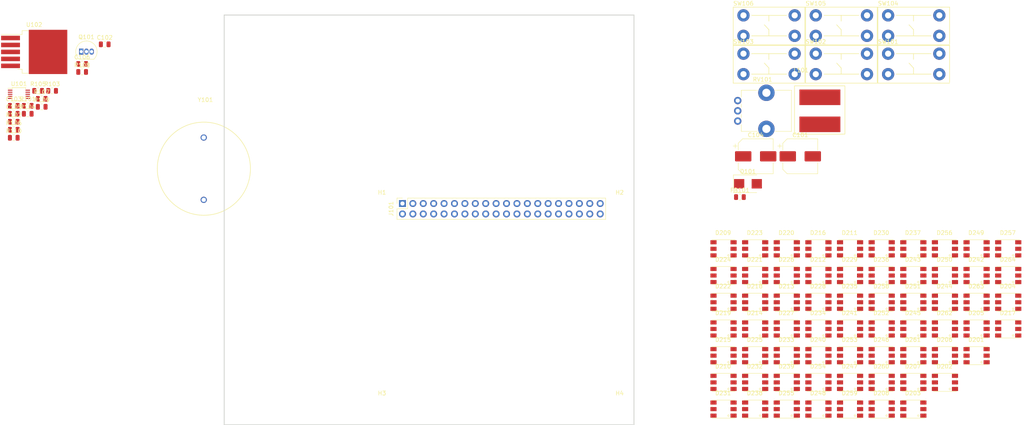
<source format=kicad_pcb>
(kicad_pcb (version 20171130) (host pcbnew "(5.0.2)-1")
  (layers (0 F.Cu jumper) (1 GND.Cu power) (2 P3V3.Cu power) (31 B.Cu signal) (37 F.SilkS user) (39 F.Mask user) (44 Edge.Cuts user))
  (net 0 "")
  (net 1 GND)
  (net 2 +5V)
  (net 3 +3V3)
  (net 4 /3.3V_Analog)
  (net 5 "Net-(Q101-Pad2)")
  (net 6 "Net-(Q101-Pad3)")
  (net 7 "Net-(Q101-Pad1)")
  (net 8 /SCL)
  (net 9 /SDA)
  (net 10 /sw5)
  (net 11 /sw6)
  (net 12 /sw1)
  (net 13 /sw2)
  (net 14 /sw3)
  (net 15 /sw4)
  (net 16 /PWM)
  (net 17 "Net-(U101-Pad2)")
  (net 18 "Net-(RV101-Pad2)")
  (net 19 "Net-(U101-Pad5)")
  (net 20 "Net-(U101-Pad6)")
  (net 21 "Net-(U101-Pad7)")
  (net 22 "Net-(D101-Pad1)")
  (net 23 /MOSI)
  (net 24 /SCLK)
  (net 25 "Net-(D201-Pad5)")
  (net 26 "Net-(D201-Pad6)")
  (net 27 "Net-(D202-Pad6)")
  (net 28 "Net-(D202-Pad5)")
  (net 29 "/led matrix 1/CK0_0")
  (net 30 "/led matrix 1/SD0_0")
  (net 31 "Net-(D203-Pad6)")
  (net 32 "Net-(D203-Pad5)")
  (net 33 "/led matrix 1/CK0_1")
  (net 34 "/led matrix 1/SD0_1")
  (net 35 "/led matrix 1/SD0_2")
  (net 36 "/led matrix 1/CK0_2")
  (net 37 "Net-(D204-Pad5)")
  (net 38 "Net-(D204-Pad6)")
  (net 39 "Net-(D205-Pad6)")
  (net 40 "Net-(D205-Pad5)")
  (net 41 "/led matrix 1/CK0_3")
  (net 42 "/led matrix 1/SD0_3")
  (net 43 "/led matrix 1/SD0_4")
  (net 44 "/led matrix 1/CK0_4")
  (net 45 "Net-(D206-Pad5)")
  (net 46 "Net-(D206-Pad6)")
  (net 47 "/led matrix 1/SD0_5")
  (net 48 "/led matrix 1/CK0_5")
  (net 49 "Net-(D207-Pad5)")
  (net 50 "Net-(D207-Pad6)")
  (net 51 "/led matrix 1/SD0_6")
  (net 52 "/led matrix 1/CK0_6")
  (net 53 "Net-(D208-Pad5)")
  (net 54 "Net-(D208-Pad6)")
  (net 55 "Net-(D209-Pad6)")
  (net 56 "Net-(D209-Pad5)")
  (net 57 "Net-(D210-Pad5)")
  (net 58 "Net-(D210-Pad6)")
  (net 59 "Net-(D211-Pad5)")
  (net 60 "Net-(D211-Pad6)")
  (net 61 "Net-(D212-Pad6)")
  (net 62 "Net-(D212-Pad5)")
  (net 63 "Net-(D213-Pad6)")
  (net 64 "Net-(D213-Pad5)")
  (net 65 "Net-(D214-Pad6)")
  (net 66 "Net-(D214-Pad5)")
  (net 67 "Net-(D215-Pad6)")
  (net 68 "Net-(D215-Pad5)")
  (net 69 "Net-(D216-Pad6)")
  (net 70 "Net-(D216-Pad5)")
  (net 71 "Net-(D217-Pad5)")
  (net 72 "Net-(D217-Pad6)")
  (net 73 "Net-(D218-Pad6)")
  (net 74 "Net-(D218-Pad5)")
  (net 75 "Net-(D219-Pad6)")
  (net 76 "Net-(D219-Pad5)")
  (net 77 "Net-(D220-Pad5)")
  (net 78 "Net-(D220-Pad6)")
  (net 79 "Net-(D221-Pad6)")
  (net 80 "Net-(D221-Pad5)")
  (net 81 "Net-(D222-Pad5)")
  (net 82 "Net-(D222-Pad6)")
  (net 83 "Net-(D223-Pad6)")
  (net 84 "Net-(D223-Pad5)")
  (net 85 "Net-(D224-Pad5)")
  (net 86 "Net-(D224-Pad6)")
  (net 87 "Net-(D225-Pad6)")
  (net 88 "Net-(D225-Pad5)")
  (net 89 "Net-(D226-Pad5)")
  (net 90 "Net-(D226-Pad6)")
  (net 91 "Net-(D227-Pad5)")
  (net 92 "Net-(D227-Pad6)")
  (net 93 "Net-(D228-Pad5)")
  (net 94 "Net-(D228-Pad6)")
  (net 95 "Net-(D229-Pad5)")
  (net 96 "Net-(D229-Pad6)")
  (net 97 "Net-(D230-Pad6)")
  (net 98 "Net-(D230-Pad5)")
  (net 99 "Net-(D231-Pad6)")
  (net 100 "Net-(D231-Pad5)")
  (net 101 "Net-(D232-Pad6)")
  (net 102 "Net-(D232-Pad5)")
  (net 103 "Net-(D233-Pad5)")
  (net 104 "Net-(D233-Pad6)")
  (net 105 "Net-(D234-Pad6)")
  (net 106 "Net-(D234-Pad5)")
  (net 107 "Net-(D235-Pad5)")
  (net 108 "Net-(D235-Pad6)")
  (net 109 "Net-(D236-Pad6)")
  (net 110 "Net-(D236-Pad5)")
  (net 111 "Net-(D237-Pad5)")
  (net 112 "Net-(D237-Pad6)")
  (net 113 "Net-(D238-Pad5)")
  (net 114 "Net-(D238-Pad6)")
  (net 115 "Net-(D239-Pad5)")
  (net 116 "Net-(D239-Pad6)")
  (net 117 "Net-(D240-Pad6)")
  (net 118 "Net-(D240-Pad5)")
  (net 119 "Net-(D241-Pad6)")
  (net 120 "Net-(D241-Pad5)")
  (net 121 "Net-(D242-Pad5)")
  (net 122 "Net-(D242-Pad6)")
  (net 123 "Net-(D243-Pad6)")
  (net 124 "Net-(D243-Pad5)")
  (net 125 "Net-(D244-Pad5)")
  (net 126 "Net-(D244-Pad6)")
  (net 127 "Net-(D245-Pad6)")
  (net 128 "Net-(D245-Pad5)")
  (net 129 "Net-(D246-Pad6)")
  (net 130 "Net-(D246-Pad5)")
  (net 131 "Net-(D247-Pad6)")
  (net 132 "Net-(D247-Pad5)")
  (net 133 "Net-(D248-Pad5)")
  (net 134 "Net-(D248-Pad6)")
  (net 135 "Net-(D249-Pad5)")
  (net 136 "Net-(D249-Pad6)")
  (net 137 "Net-(D250-Pad6)")
  (net 138 "Net-(D250-Pad5)")
  (net 139 "Net-(D251-Pad5)")
  (net 140 "Net-(D251-Pad6)")
  (net 141 "Net-(D252-Pad6)")
  (net 142 "Net-(D252-Pad5)")
  (net 143 "Net-(D253-Pad5)")
  (net 144 "Net-(D253-Pad6)")
  (net 145 "Net-(D254-Pad5)")
  (net 146 "Net-(D254-Pad6)")
  (net 147 "Net-(D255-Pad5)")
  (net 148 "Net-(D255-Pad6)")
  (net 149 "Net-(D256-Pad5)")
  (net 150 "Net-(D256-Pad6)")
  (net 151 "Net-(D264-Pad5)")
  (net 152 "Net-(D264-Pad6)")
  (net 153 "Net-(J101-Pad1)")
  (net 154 "Net-(J101-Pad7)")
  (net 155 "Net-(J101-Pad8)")
  (net 156 "Net-(J101-Pad10)")
  (net 157 "Net-(J101-Pad11)")
  (net 158 "Net-(J101-Pad12)")
  (net 159 "Net-(J101-Pad13)")
  (net 160 "Net-(J101-Pad15)")
  (net 161 "Net-(J101-Pad16)")
  (net 162 "Net-(J101-Pad17)")
  (net 163 "Net-(J101-Pad18)")
  (net 164 "Net-(J101-Pad21)")
  (net 165 "Net-(J101-Pad22)")
  (net 166 "Net-(J101-Pad24)")
  (net 167 "Net-(J101-Pad26)")
  (net 168 "Net-(J101-Pad27)")
  (net 169 "Net-(J101-Pad28)")
  (net 170 "Net-(J101-Pad29)")
  (net 171 "Net-(J101-Pad31)")
  (net 172 "Net-(H1-Pad1)")
  (net 173 "Net-(H2-Pad1)")
  (net 174 "Net-(H3-Pad1)")
  (net 175 "Net-(H4-Pad1)")
  (module Capacitor_SMD:C_0805_2012Metric (layer F.Cu) (at 57.835001 35.145001)
    (fp_text reference C102 (at 0 -1.65) (layer F.SilkS))
    (fp_text value 100n)
    (pad 2 smd roundrect (at 0.9375 0) (size 0.975 1.4) (layers F.Cu F.Paste F.Mask) (net 1 GND))
    (pad 1 smd roundrect (at -0.9375 0) (size 0.975 1.4) (layers F.Cu F.Paste F.Mask) (net 2 +5V))
  )
  (module Capacitor_SMD:C_0805_2012Metric (layer F.Cu) (at 35.635001 50.145001)
    (fp_text reference C103 (at 0 -1.65) (layer F.SilkS))
    (fp_text value 100n)
    (pad 1 smd roundrect (at -0.9375 0) (size 0.975 1.4) (layers F.Cu F.Paste F.Mask) (net 3 +3V3))
    (pad 2 smd roundrect (at 0.9375 0) (size 0.975 1.4) (layers F.Cu F.Paste F.Mask) (net 1 GND))
  )
  (module Capacitor_SMD:C_0805_2012Metric (layer F.Cu) (at 35.635001 52.095001)
    (fp_text reference C105 (at 0 -1.65) (layer F.SilkS))
    (fp_text value 100n)
    (pad 1 smd roundrect (at -0.9375 0) (size 0.975 1.4) (layers F.Cu F.Paste F.Mask) (net 3 +3V3))
    (pad 2 smd roundrect (at 0.9375 0) (size 0.975 1.4) (layers F.Cu F.Paste F.Mask) (net 1 GND))
  )
  (module Capacitor_SMD:C_0805_2012Metric (layer F.Cu) (at 52.325001 39.935001)
    (fp_text reference C106 (at 0 -1.65) (layer F.SilkS))
    (fp_text value 100n)
    (pad 2 smd roundrect (at 0.9375 0) (size 0.975 1.4) (layers F.Cu F.Paste F.Mask) (net 1 GND))
    (pad 1 smd roundrect (at -0.9375 0) (size 0.975 1.4) (layers F.Cu F.Paste F.Mask) (net 4 /3.3V_Analog))
  )
  (module Package_TO_SOT_THT:TO-92_Inline (layer F.Cu) (at 52.105001 36.925001)
    (fp_text reference Q101 (at 1.27 -3.56) (layer F.SilkS))
    (fp_text value 2N3904)
    (pad 2 thru_hole oval (at 1.27 0) (size 1.05 1.5) (drill 0.75) (layers *.Cu *.Mask) (net 5 "Net-(Q101-Pad2)"))
    (pad 3 thru_hole oval (at 2.54 0) (size 1.05 1.5) (drill 0.75) (layers *.Cu *.Mask) (net 6 "Net-(Q101-Pad3)"))
    (pad 1 thru_hole rect (at 0 0) (size 1.05 1.5) (drill 0.75) (layers *.Cu *.Mask) (net 7 "Net-(Q101-Pad1)"))
  )
  (module Resistor_SMD:R_0805_2012Metric (layer F.Cu) (at 39.045001 50.145001)
    (fp_text reference R101 (at 0 -1.65) (layer F.SilkS))
    (fp_text value DNP)
    (pad 2 smd roundrect (at 0.9375 0) (size 0.975 1.4) (layers F.Cu F.Paste F.Mask) (net 3 +3V3))
    (pad 1 smd roundrect (at -0.9375 0) (size 0.975 1.4) (layers F.Cu F.Paste F.Mask) (net 8 /SCL))
  )
  (module Resistor_SMD:R_0805_2012Metric (layer F.Cu) (at 35.635001 54.045001)
    (fp_text reference R102 (at 0 -1.65) (layer F.SilkS))
    (fp_text value DNP)
    (pad 1 smd roundrect (at -0.9375 0) (size 0.975 1.4) (layers F.Cu F.Paste F.Mask) (net 9 /SDA))
    (pad 2 smd roundrect (at 0.9375 0) (size 0.975 1.4) (layers F.Cu F.Paste F.Mask) (net 3 +3V3))
  )
  (module Resistor_SMD:R_0805_2012Metric (layer F.Cu) (at 44.995001 46.495001)
    (fp_text reference R103 (at 0 -1.65) (layer F.SilkS))
    (fp_text value 1k)
    (pad 1 smd roundrect (at -0.9375 0) (size 0.975 1.4) (layers F.Cu F.Paste F.Mask) (net 10 /sw5))
    (pad 2 smd roundrect (at 0.9375 0) (size 0.975 1.4) (layers F.Cu F.Paste F.Mask) (net 1 GND))
  )
  (module Resistor_SMD:R_0805_2012Metric (layer F.Cu) (at 39.045001 52.095001)
    (fp_text reference R104 (at 0 -1.65) (layer F.SilkS))
    (fp_text value 1k)
    (pad 2 smd roundrect (at 0.9375 0) (size 0.975 1.4) (layers F.Cu F.Paste F.Mask) (net 1 GND))
    (pad 1 smd roundrect (at -0.9375 0) (size 0.975 1.4) (layers F.Cu F.Paste F.Mask) (net 11 /sw6))
  )
  (module Resistor_SMD:R_0805_2012Metric (layer F.Cu) (at 41.585001 46.495001)
    (fp_text reference R105 (at 0 -1.65) (layer F.SilkS))
    (fp_text value 1k)
    (pad 1 smd roundrect (at -0.9375 0) (size 0.975 1.4) (layers F.Cu F.Paste F.Mask) (net 12 /sw1))
    (pad 2 smd roundrect (at 0.9375 0) (size 0.975 1.4) (layers F.Cu F.Paste F.Mask) (net 1 GND))
  )
  (module Resistor_SMD:R_0805_2012Metric (layer F.Cu) (at 35.635001 55.995001)
    (fp_text reference R106 (at 0 -1.65) (layer F.SilkS))
    (fp_text value 1k)
    (pad 2 smd roundrect (at 0.9375 0) (size 0.975 1.4) (layers F.Cu F.Paste F.Mask) (net 1 GND))
    (pad 1 smd roundrect (at -0.9375 0) (size 0.975 1.4) (layers F.Cu F.Paste F.Mask) (net 13 /sw2))
  )
  (module Resistor_SMD:R_0805_2012Metric (layer F.Cu) (at 42.455001 48.445001)
    (fp_text reference R107 (at 0 -1.65) (layer F.SilkS))
    (fp_text value 1k)
    (pad 1 smd roundrect (at -0.9375 0) (size 0.975 1.4) (layers F.Cu F.Paste F.Mask) (net 14 /sw3))
    (pad 2 smd roundrect (at 0.9375 0) (size 0.975 1.4) (layers F.Cu F.Paste F.Mask) (net 1 GND))
  )
  (module Resistor_SMD:R_0805_2012Metric (layer F.Cu) (at 52.325001 41.885001)
    (fp_text reference R108 (at 0 -1.65) (layer F.SilkS))
    (fp_text value 1k)
    (pad 2 smd roundrect (at 0.9375 0) (size 0.975 1.4) (layers F.Cu F.Paste F.Mask) (net 1 GND))
    (pad 1 smd roundrect (at -0.9375 0) (size 0.975 1.4) (layers F.Cu F.Paste F.Mask) (net 15 /sw4))
  )
  (module Resistor_SMD:R_0805_2012Metric (layer F.Cu) (at 42.455001 50.395001)
    (fp_text reference R109 (at 0 -1.65) (layer F.SilkS))
    (fp_text value 1k)
    (pad 1 smd roundrect (at -0.9375 0) (size 0.975 1.4) (layers F.Cu F.Paste F.Mask) (net 16 /PWM))
    (pad 2 smd roundrect (at 0.9375 0) (size 0.975 1.4) (layers F.Cu F.Paste F.Mask) (net 5 "Net-(Q101-Pad2)"))
  )
  (module Resistor_SMD:R_0805_2012Metric (layer F.Cu) (at 35.635001 57.945001)
    (fp_text reference R110 (at 0 -1.65) (layer F.SilkS))
    (fp_text value 300)
    (pad 2 smd roundrect (at 0.9375 0) (size 0.975 1.4) (layers F.Cu F.Paste F.Mask) (net 2 +5V))
    (pad 1 smd roundrect (at -0.9375 0) (size 0.975 1.4) (layers F.Cu F.Paste F.Mask) (net 6 "Net-(Q101-Pad3)"))
  )
  (module Package_SO:TSSOP-10_3x3mm_P0.5mm (layer F.Cu) (at 36.905001 47.345001)
    (fp_text reference U101 (at 0 -2.55) (layer F.SilkS))
    (fp_text value ADS1015IDGS)
    (pad 1 smd rect (at -2.15 -1) (size 1.1 0.25) (layers F.Cu F.Paste F.Mask) (net 1 GND))
    (pad 2 smd rect (at -2.15 -0.5) (size 1.1 0.25) (layers F.Cu F.Paste F.Mask) (net 17 "Net-(U101-Pad2)"))
    (pad 3 smd rect (at -2.15 0) (size 1.1 0.25) (layers F.Cu F.Paste F.Mask) (net 1 GND))
    (pad 4 smd rect (at -2.15 0.5) (size 1.1 0.25) (layers F.Cu F.Paste F.Mask) (net 18 "Net-(RV101-Pad2)"))
    (pad 5 smd rect (at -2.15 1) (size 1.1 0.25) (layers F.Cu F.Paste F.Mask) (net 19 "Net-(U101-Pad5)"))
    (pad 6 smd rect (at 2.15 1) (size 1.1 0.25) (layers F.Cu F.Paste F.Mask) (net 20 "Net-(U101-Pad6)"))
    (pad 7 smd rect (at 2.15 0.5) (size 1.1 0.25) (layers F.Cu F.Paste F.Mask) (net 21 "Net-(U101-Pad7)"))
    (pad 8 smd rect (at 2.15 0) (size 1.1 0.25) (layers F.Cu F.Paste F.Mask) (net 3 +3V3))
    (pad 9 smd rect (at 2.15 -0.5) (size 1.1 0.25) (layers F.Cu F.Paste F.Mask) (net 9 /SDA))
    (pad 10 smd rect (at 2.15 -1) (size 1.1 0.25) (layers F.Cu F.Paste F.Mask) (net 8 /SCL))
  )
  (module Package_TO_SOT_SMD:TO-263-5_TabPin3 (layer F.Cu) (at 40.625 37)
    (fp_text reference U102 (at 0 -6.65) (layer F.SilkS))
    (fp_text value LM2595S-3.3)
    (pad 1 smd rect (at -5.775 -3.4) (size 4.6 1.1) (layers F.Cu F.Paste F.Mask) (net 22 "Net-(D101-Pad1)"))
    (pad 2 smd rect (at -5.775 -1.7) (size 4.6 1.1) (layers F.Cu F.Paste F.Mask) (net 2 +5V))
    (pad 3 smd rect (at -5.775 0) (size 4.6 1.1) (layers F.Cu F.Paste F.Mask) (net 1 GND))
    (pad 4 smd rect (at -5.775 1.7) (size 4.6 1.1) (layers F.Cu F.Paste F.Mask) (net 3 +3V3))
    (pad 5 smd rect (at -5.775 3.4) (size 4.6 1.1) (layers F.Cu F.Paste F.Mask) (net 1 GND))
    (pad 3 smd rect (at 3.375 0) (size 9.4 10.8) (layers F.Cu F.Mask) (net 1 GND))
  )
  (module "myFoodprints:Piezo CE-C75" (layer F.Cu) (at 82 65.5)
    (fp_text reference Y101 (at 0.4 -16.8) (layer F.SilkS))
    (fp_text value Piezo_boxtec)
    (pad 1 thru_hole circle (at 0 -7.6) (size 1.524 1.524) (drill 1) (layers *.Cu F.Paste F.Mask) (net 7 "Net-(Q101-Pad1)"))
    (pad 2 thru_hole circle (at 0 7.6) (size 1.524 1.524) (drill 1) (layers *.Cu F.Paste F.Mask) (net 1 GND))
  )
  (module Capacitor_SMD:CP_Elec_8x6.2 (layer F.Cu) (at 227.590001 62.475001)
    (fp_text reference C101 (at 0 -5.2) (layer F.SilkS))
    (fp_text value 100u)
    (pad 2 smd roundrect (at 3.05 0) (size 4 2.5) (layers F.Cu F.Paste F.Mask) (roundrect_rratio 0.1) (net 1 GND))
    (pad 1 smd roundrect (at -3.05 0) (size 4 2.5) (layers F.Cu F.Paste F.Mask) (roundrect_rratio 0.1) (net 2 +5V))
  )
  (module Capacitor_SMD:CP_Elec_8x6.2 (layer F.Cu) (at 216.710001 62.475001)
    (fp_text reference C104 (at 0 -5.2) (layer F.SilkS))
    (fp_text value 100u)
    (pad 1 smd roundrect (at -3.05 0) (size 4 2.5) (layers F.Cu F.Paste F.Mask) (roundrect_rratio 0.1) (net 3 +3V3))
    (pad 2 smd roundrect (at 3.05 0) (size 4 2.5) (layers F.Cu F.Paste F.Mask) (roundrect_rratio 0.1) (net 1 GND))
  )
  (module Diode_SMD:D_SMB (layer F.Cu) (at 214.825001 69.175001)
    (fp_text reference D101 (at 0 -3) (layer F.SilkS))
    (fp_text value MBRS1100T3G)
    (pad 1 smd rect (at -2.15 0) (size 2.5 2.3) (layers F.Cu F.Paste F.Mask) (net 22 "Net-(D101-Pad1)"))
    (pad 2 smd rect (at 2.15 0) (size 2.5 2.3) (layers F.Cu F.Paste F.Mask) (net 1 GND))
  )
  (module myFoodprints:SK9822 (layer F.Cu) (at 270.620001 111.130001)
    (fp_text reference D201 (at -0.1 -3.9) (layer F.SilkS))
    (fp_text value SK9822)
    (pad 1 smd rect (at 2.45 1.6) (size 1.5 1) (layers F.Cu F.Paste F.Mask) (net 23 /MOSI))
    (pad 2 smd rect (at 2.45 0) (size 1.5 1) (layers F.Cu F.Paste F.Mask) (net 24 /SCLK))
    (pad 3 smd rect (at 2.45 -1.6) (size 1.5 1) (layers F.Cu F.Paste F.Mask) (net 1 GND))
    (pad 4 smd rect (at -2.45 -1.6) (size 1.5 1) (layers F.Cu F.Paste F.Mask) (net 2 +5V))
    (pad 5 smd rect (at -2.45 0) (size 1.5 1) (layers F.Cu F.Paste F.Mask) (net 25 "Net-(D201-Pad5)"))
    (pad 6 smd rect (at -2.45 1.6) (size 1.5 1) (layers F.Cu F.Paste F.Mask) (net 26 "Net-(D201-Pad6)"))
  )
  (module myFoodprints:SK9822 (layer F.Cu) (at 262.900001 117.650001)
    (fp_text reference D202 (at -0.1 -3.9) (layer F.SilkS))
    (fp_text value SK9822)
    (pad 6 smd rect (at -2.45 1.6) (size 1.5 1) (layers F.Cu F.Paste F.Mask) (net 27 "Net-(D202-Pad6)"))
    (pad 5 smd rect (at -2.45 0) (size 1.5 1) (layers F.Cu F.Paste F.Mask) (net 28 "Net-(D202-Pad5)"))
    (pad 4 smd rect (at -2.45 -1.6) (size 1.5 1) (layers F.Cu F.Paste F.Mask) (net 2 +5V))
    (pad 3 smd rect (at 2.45 -1.6) (size 1.5 1) (layers F.Cu F.Paste F.Mask) (net 1 GND))
    (pad 2 smd rect (at 2.45 0) (size 1.5 1) (layers F.Cu F.Paste F.Mask) (net 29 "/led matrix 1/CK0_0"))
    (pad 1 smd rect (at 2.45 1.6) (size 1.5 1) (layers F.Cu F.Paste F.Mask) (net 30 "/led matrix 1/SD0_0"))
  )
  (module myFoodprints:SK9822 (layer F.Cu) (at 255.180001 124.170001)
    (fp_text reference D203 (at -0.1 -3.9) (layer F.SilkS))
    (fp_text value SK9822)
    (pad 6 smd rect (at -2.45 1.6) (size 1.5 1) (layers F.Cu F.Paste F.Mask) (net 31 "Net-(D203-Pad6)"))
    (pad 5 smd rect (at -2.45 0) (size 1.5 1) (layers F.Cu F.Paste F.Mask) (net 32 "Net-(D203-Pad5)"))
    (pad 4 smd rect (at -2.45 -1.6) (size 1.5 1) (layers F.Cu F.Paste F.Mask) (net 2 +5V))
    (pad 3 smd rect (at 2.45 -1.6) (size 1.5 1) (layers F.Cu F.Paste F.Mask) (net 1 GND))
    (pad 2 smd rect (at 2.45 0) (size 1.5 1) (layers F.Cu F.Paste F.Mask) (net 33 "/led matrix 1/CK0_1"))
    (pad 1 smd rect (at 2.45 1.6) (size 1.5 1) (layers F.Cu F.Paste F.Mask) (net 34 "/led matrix 1/SD0_1"))
  )
  (module myFoodprints:SK9822 (layer F.Cu) (at 278.340001 98.090001)
    (fp_text reference D204 (at -0.1 -3.9) (layer F.SilkS))
    (fp_text value SK9822)
    (pad 1 smd rect (at 2.45 1.6) (size 1.5 1) (layers F.Cu F.Paste F.Mask) (net 35 "/led matrix 1/SD0_2"))
    (pad 2 smd rect (at 2.45 0) (size 1.5 1) (layers F.Cu F.Paste F.Mask) (net 36 "/led matrix 1/CK0_2"))
    (pad 3 smd rect (at 2.45 -1.6) (size 1.5 1) (layers F.Cu F.Paste F.Mask) (net 1 GND))
    (pad 4 smd rect (at -2.45 -1.6) (size 1.5 1) (layers F.Cu F.Paste F.Mask) (net 2 +5V))
    (pad 5 smd rect (at -2.45 0) (size 1.5 1) (layers F.Cu F.Paste F.Mask) (net 37 "Net-(D204-Pad5)"))
    (pad 6 smd rect (at -2.45 1.6) (size 1.5 1) (layers F.Cu F.Paste F.Mask) (net 38 "Net-(D204-Pad6)"))
  )
  (module myFoodprints:SK9822 (layer F.Cu) (at 270.620001 104.610001)
    (fp_text reference D205 (at -0.1 -3.9) (layer F.SilkS))
    (fp_text value SK9822)
    (pad 6 smd rect (at -2.45 1.6) (size 1.5 1) (layers F.Cu F.Paste F.Mask) (net 39 "Net-(D205-Pad6)"))
    (pad 5 smd rect (at -2.45 0) (size 1.5 1) (layers F.Cu F.Paste F.Mask) (net 40 "Net-(D205-Pad5)"))
    (pad 4 smd rect (at -2.45 -1.6) (size 1.5 1) (layers F.Cu F.Paste F.Mask) (net 2 +5V))
    (pad 3 smd rect (at 2.45 -1.6) (size 1.5 1) (layers F.Cu F.Paste F.Mask) (net 1 GND))
    (pad 2 smd rect (at 2.45 0) (size 1.5 1) (layers F.Cu F.Paste F.Mask) (net 41 "/led matrix 1/CK0_3"))
    (pad 1 smd rect (at 2.45 1.6) (size 1.5 1) (layers F.Cu F.Paste F.Mask) (net 42 "/led matrix 1/SD0_3"))
  )
  (module myFoodprints:SK9822 (layer F.Cu) (at 262.900001 111.130001)
    (fp_text reference D206 (at -0.1 -3.9) (layer F.SilkS))
    (fp_text value SK9822)
    (pad 1 smd rect (at 2.45 1.6) (size 1.5 1) (layers F.Cu F.Paste F.Mask) (net 43 "/led matrix 1/SD0_4"))
    (pad 2 smd rect (at 2.45 0) (size 1.5 1) (layers F.Cu F.Paste F.Mask) (net 44 "/led matrix 1/CK0_4"))
    (pad 3 smd rect (at 2.45 -1.6) (size 1.5 1) (layers F.Cu F.Paste F.Mask) (net 1 GND))
    (pad 4 smd rect (at -2.45 -1.6) (size 1.5 1) (layers F.Cu F.Paste F.Mask) (net 2 +5V))
    (pad 5 smd rect (at -2.45 0) (size 1.5 1) (layers F.Cu F.Paste F.Mask) (net 45 "Net-(D206-Pad5)"))
    (pad 6 smd rect (at -2.45 1.6) (size 1.5 1) (layers F.Cu F.Paste F.Mask) (net 46 "Net-(D206-Pad6)"))
  )
  (module myFoodprints:SK9822 (layer F.Cu) (at 255.180001 117.650001)
    (fp_text reference D207 (at -0.1 -3.9) (layer F.SilkS))
    (fp_text value SK9822)
    (pad 1 smd rect (at 2.45 1.6) (size 1.5 1) (layers F.Cu F.Paste F.Mask) (net 47 "/led matrix 1/SD0_5"))
    (pad 2 smd rect (at 2.45 0) (size 1.5 1) (layers F.Cu F.Paste F.Mask) (net 48 "/led matrix 1/CK0_5"))
    (pad 3 smd rect (at 2.45 -1.6) (size 1.5 1) (layers F.Cu F.Paste F.Mask) (net 1 GND))
    (pad 4 smd rect (at -2.45 -1.6) (size 1.5 1) (layers F.Cu F.Paste F.Mask) (net 2 +5V))
    (pad 5 smd rect (at -2.45 0) (size 1.5 1) (layers F.Cu F.Paste F.Mask) (net 49 "Net-(D207-Pad5)"))
    (pad 6 smd rect (at -2.45 1.6) (size 1.5 1) (layers F.Cu F.Paste F.Mask) (net 50 "Net-(D207-Pad6)"))
  )
  (module myFoodprints:SK9822 (layer F.Cu) (at 247.460001 124.170001)
    (fp_text reference D208 (at -0.1 -3.9) (layer F.SilkS))
    (fp_text value SK9822)
    (pad 1 smd rect (at 2.45 1.6) (size 1.5 1) (layers F.Cu F.Paste F.Mask) (net 51 "/led matrix 1/SD0_6"))
    (pad 2 smd rect (at 2.45 0) (size 1.5 1) (layers F.Cu F.Paste F.Mask) (net 52 "/led matrix 1/CK0_6"))
    (pad 3 smd rect (at 2.45 -1.6) (size 1.5 1) (layers F.Cu F.Paste F.Mask) (net 1 GND))
    (pad 4 smd rect (at -2.45 -1.6) (size 1.5 1) (layers F.Cu F.Paste F.Mask) (net 2 +5V))
    (pad 5 smd rect (at -2.45 0) (size 1.5 1) (layers F.Cu F.Paste F.Mask) (net 53 "Net-(D208-Pad5)"))
    (pad 6 smd rect (at -2.45 1.6) (size 1.5 1) (layers F.Cu F.Paste F.Mask) (net 54 "Net-(D208-Pad6)"))
  )
  (module myFoodprints:SK9822 (layer F.Cu) (at 208.860001 85.050001)
    (fp_text reference D209 (at -0.1 -3.9) (layer F.SilkS))
    (fp_text value SK9822)
    (pad 6 smd rect (at -2.45 1.6) (size 1.5 1) (layers F.Cu F.Paste F.Mask) (net 55 "Net-(D209-Pad6)"))
    (pad 5 smd rect (at -2.45 0) (size 1.5 1) (layers F.Cu F.Paste F.Mask) (net 56 "Net-(D209-Pad5)"))
    (pad 4 smd rect (at -2.45 -1.6) (size 1.5 1) (layers F.Cu F.Paste F.Mask) (net 2 +5V))
    (pad 3 smd rect (at 2.45 -1.6) (size 1.5 1) (layers F.Cu F.Paste F.Mask) (net 1 GND))
    (pad 2 smd rect (at 2.45 0) (size 1.5 1) (layers F.Cu F.Paste F.Mask) (net 25 "Net-(D201-Pad5)"))
    (pad 1 smd rect (at 2.45 1.6) (size 1.5 1) (layers F.Cu F.Paste F.Mask) (net 26 "Net-(D201-Pad6)"))
  )
  (module myFoodprints:SK9822 (layer F.Cu) (at 208.860001 117.650001)
    (fp_text reference D210 (at -0.1 -3.9) (layer F.SilkS))
    (fp_text value SK9822)
    (pad 1 smd rect (at 2.45 1.6) (size 1.5 1) (layers F.Cu F.Paste F.Mask) (net 27 "Net-(D202-Pad6)"))
    (pad 2 smd rect (at 2.45 0) (size 1.5 1) (layers F.Cu F.Paste F.Mask) (net 28 "Net-(D202-Pad5)"))
    (pad 3 smd rect (at 2.45 -1.6) (size 1.5 1) (layers F.Cu F.Paste F.Mask) (net 1 GND))
    (pad 4 smd rect (at -2.45 -1.6) (size 1.5 1) (layers F.Cu F.Paste F.Mask) (net 2 +5V))
    (pad 5 smd rect (at -2.45 0) (size 1.5 1) (layers F.Cu F.Paste F.Mask) (net 57 "Net-(D210-Pad5)"))
    (pad 6 smd rect (at -2.45 1.6) (size 1.5 1) (layers F.Cu F.Paste F.Mask) (net 58 "Net-(D210-Pad6)"))
  )
  (module myFoodprints:SK9822 (layer F.Cu) (at 239.740001 85.050001)
    (fp_text reference D211 (at -0.1 -3.9) (layer F.SilkS))
    (fp_text value SK9822)
    (pad 1 smd rect (at 2.45 1.6) (size 1.5 1) (layers F.Cu F.Paste F.Mask) (net 31 "Net-(D203-Pad6)"))
    (pad 2 smd rect (at 2.45 0) (size 1.5 1) (layers F.Cu F.Paste F.Mask) (net 32 "Net-(D203-Pad5)"))
    (pad 3 smd rect (at 2.45 -1.6) (size 1.5 1) (layers F.Cu F.Paste F.Mask) (net 1 GND))
    (pad 4 smd rect (at -2.45 -1.6) (size 1.5 1) (layers F.Cu F.Paste F.Mask) (net 2 +5V))
    (pad 5 smd rect (at -2.45 0) (size 1.5 1) (layers F.Cu F.Paste F.Mask) (net 59 "Net-(D211-Pad5)"))
    (pad 6 smd rect (at -2.45 1.6) (size 1.5 1) (layers F.Cu F.Paste F.Mask) (net 60 "Net-(D211-Pad6)"))
  )
  (module myFoodprints:SK9822 (layer F.Cu) (at 232.020001 91.570001)
    (fp_text reference D212 (at -0.1 -3.9) (layer F.SilkS))
    (fp_text value SK9822)
    (pad 6 smd rect (at -2.45 1.6) (size 1.5 1) (layers F.Cu F.Paste F.Mask) (net 61 "Net-(D212-Pad6)"))
    (pad 5 smd rect (at -2.45 0) (size 1.5 1) (layers F.Cu F.Paste F.Mask) (net 62 "Net-(D212-Pad5)"))
    (pad 4 smd rect (at -2.45 -1.6) (size 1.5 1) (layers F.Cu F.Paste F.Mask) (net 2 +5V))
    (pad 3 smd rect (at 2.45 -1.6) (size 1.5 1) (layers F.Cu F.Paste F.Mask) (net 1 GND))
    (pad 2 smd rect (at 2.45 0) (size 1.5 1) (layers F.Cu F.Paste F.Mask) (net 37 "Net-(D204-Pad5)"))
    (pad 1 smd rect (at 2.45 1.6) (size 1.5 1) (layers F.Cu F.Paste F.Mask) (net 38 "Net-(D204-Pad6)"))
  )
  (module myFoodprints:SK9822 (layer F.Cu) (at 224.300001 98.090001)
    (fp_text reference D213 (at -0.1 -3.9) (layer F.SilkS))
    (fp_text value SK9822)
    (pad 6 smd rect (at -2.45 1.6) (size 1.5 1) (layers F.Cu F.Paste F.Mask) (net 63 "Net-(D213-Pad6)"))
    (pad 5 smd rect (at -2.45 0) (size 1.5 1) (layers F.Cu F.Paste F.Mask) (net 64 "Net-(D213-Pad5)"))
    (pad 4 smd rect (at -2.45 -1.6) (size 1.5 1) (layers F.Cu F.Paste F.Mask) (net 2 +5V))
    (pad 3 smd rect (at 2.45 -1.6) (size 1.5 1) (layers F.Cu F.Paste F.Mask) (net 1 GND))
    (pad 2 smd rect (at 2.45 0) (size 1.5 1) (layers F.Cu F.Paste F.Mask) (net 40 "Net-(D205-Pad5)"))
    (pad 1 smd rect (at 2.45 1.6) (size 1.5 1) (layers F.Cu F.Paste F.Mask) (net 39 "Net-(D205-Pad6)"))
  )
  (module myFoodprints:SK9822 (layer F.Cu) (at 216.580001 104.610001)
    (fp_text reference D214 (at -0.1 -3.9) (layer F.SilkS))
    (fp_text value SK9822)
    (pad 6 smd rect (at -2.45 1.6) (size 1.5 1) (layers F.Cu F.Paste F.Mask) (net 65 "Net-(D214-Pad6)"))
    (pad 5 smd rect (at -2.45 0) (size 1.5 1) (layers F.Cu F.Paste F.Mask) (net 66 "Net-(D214-Pad5)"))
    (pad 4 smd rect (at -2.45 -1.6) (size 1.5 1) (layers F.Cu F.Paste F.Mask) (net 2 +5V))
    (pad 3 smd rect (at 2.45 -1.6) (size 1.5 1) (layers F.Cu F.Paste F.Mask) (net 1 GND))
    (pad 2 smd rect (at 2.45 0) (size 1.5 1) (layers F.Cu F.Paste F.Mask) (net 45 "Net-(D206-Pad5)"))
    (pad 1 smd rect (at 2.45 1.6) (size 1.5 1) (layers F.Cu F.Paste F.Mask) (net 46 "Net-(D206-Pad6)"))
  )
  (module myFoodprints:SK9822 (layer F.Cu) (at 208.860001 111.130001)
    (fp_text reference D215 (at -0.1 -3.9) (layer F.SilkS))
    (fp_text value SK9822)
    (pad 6 smd rect (at -2.45 1.6) (size 1.5 1) (layers F.Cu F.Paste F.Mask) (net 67 "Net-(D215-Pad6)"))
    (pad 5 smd rect (at -2.45 0) (size 1.5 1) (layers F.Cu F.Paste F.Mask) (net 68 "Net-(D215-Pad5)"))
    (pad 4 smd rect (at -2.45 -1.6) (size 1.5 1) (layers F.Cu F.Paste F.Mask) (net 2 +5V))
    (pad 3 smd rect (at 2.45 -1.6) (size 1.5 1) (layers F.Cu F.Paste F.Mask) (net 1 GND))
    (pad 2 smd rect (at 2.45 0) (size 1.5 1) (layers F.Cu F.Paste F.Mask) (net 49 "Net-(D207-Pad5)"))
    (pad 1 smd rect (at 2.45 1.6) (size 1.5 1) (layers F.Cu F.Paste F.Mask) (net 50 "Net-(D207-Pad6)"))
  )
  (module myFoodprints:SK9822 (layer F.Cu) (at 232.020001 85.050001)
    (fp_text reference D216 (at -0.1 -3.9) (layer F.SilkS))
    (fp_text value SK9822)
    (pad 6 smd rect (at -2.45 1.6) (size 1.5 1) (layers F.Cu F.Paste F.Mask) (net 69 "Net-(D216-Pad6)"))
    (pad 5 smd rect (at -2.45 0) (size 1.5 1) (layers F.Cu F.Paste F.Mask) (net 70 "Net-(D216-Pad5)"))
    (pad 4 smd rect (at -2.45 -1.6) (size 1.5 1) (layers F.Cu F.Paste F.Mask) (net 2 +5V))
    (pad 3 smd rect (at 2.45 -1.6) (size 1.5 1) (layers F.Cu F.Paste F.Mask) (net 1 GND))
    (pad 2 smd rect (at 2.45 0) (size 1.5 1) (layers F.Cu F.Paste F.Mask) (net 53 "Net-(D208-Pad5)"))
    (pad 1 smd rect (at 2.45 1.6) (size 1.5 1) (layers F.Cu F.Paste F.Mask) (net 54 "Net-(D208-Pad6)"))
  )
  (module myFoodprints:SK9822 (layer F.Cu) (at 278.340001 104.610001)
    (fp_text reference D217 (at -0.1 -3.9) (layer F.SilkS))
    (fp_text value SK9822)
    (pad 1 smd rect (at 2.45 1.6) (size 1.5 1) (layers F.Cu F.Paste F.Mask) (net 55 "Net-(D209-Pad6)"))
    (pad 2 smd rect (at 2.45 0) (size 1.5 1) (layers F.Cu F.Paste F.Mask) (net 56 "Net-(D209-Pad5)"))
    (pad 3 smd rect (at 2.45 -1.6) (size 1.5 1) (layers F.Cu F.Paste F.Mask) (net 1 GND))
    (pad 4 smd rect (at -2.45 -1.6) (size 1.5 1) (layers F.Cu F.Paste F.Mask) (net 2 +5V))
    (pad 5 smd rect (at -2.45 0) (size 1.5 1) (layers F.Cu F.Paste F.Mask) (net 71 "Net-(D217-Pad5)"))
    (pad 6 smd rect (at -2.45 1.6) (size 1.5 1) (layers F.Cu F.Paste F.Mask) (net 72 "Net-(D217-Pad6)"))
  )
  (module myFoodprints:SK9822 (layer F.Cu) (at 216.580001 98.090001)
    (fp_text reference D218 (at -0.1 -3.9) (layer F.SilkS))
    (fp_text value SK9822)
    (pad 6 smd rect (at -2.45 1.6) (size 1.5 1) (layers F.Cu F.Paste F.Mask) (net 73 "Net-(D218-Pad6)"))
    (pad 5 smd rect (at -2.45 0) (size 1.5 1) (layers F.Cu F.Paste F.Mask) (net 74 "Net-(D218-Pad5)"))
    (pad 4 smd rect (at -2.45 -1.6) (size 1.5 1) (layers F.Cu F.Paste F.Mask) (net 2 +5V))
    (pad 3 smd rect (at 2.45 -1.6) (size 1.5 1) (layers F.Cu F.Paste F.Mask) (net 1 GND))
    (pad 2 smd rect (at 2.45 0) (size 1.5 1) (layers F.Cu F.Paste F.Mask) (net 57 "Net-(D210-Pad5)"))
    (pad 1 smd rect (at 2.45 1.6) (size 1.5 1) (layers F.Cu F.Paste F.Mask) (net 58 "Net-(D210-Pad6)"))
  )
  (module myFoodprints:SK9822 (layer F.Cu) (at 208.860001 104.610001)
    (fp_text reference D219 (at -0.1 -3.9) (layer F.SilkS))
    (fp_text value SK9822)
    (pad 6 smd rect (at -2.45 1.6) (size 1.5 1) (layers F.Cu F.Paste F.Mask) (net 75 "Net-(D219-Pad6)"))
    (pad 5 smd rect (at -2.45 0) (size 1.5 1) (layers F.Cu F.Paste F.Mask) (net 76 "Net-(D219-Pad5)"))
    (pad 4 smd rect (at -2.45 -1.6) (size 1.5 1) (layers F.Cu F.Paste F.Mask) (net 2 +5V))
    (pad 3 smd rect (at 2.45 -1.6) (size 1.5 1) (layers F.Cu F.Paste F.Mask) (net 1 GND))
    (pad 2 smd rect (at 2.45 0) (size 1.5 1) (layers F.Cu F.Paste F.Mask) (net 59 "Net-(D211-Pad5)"))
    (pad 1 smd rect (at 2.45 1.6) (size 1.5 1) (layers F.Cu F.Paste F.Mask) (net 60 "Net-(D211-Pad6)"))
  )
  (module myFoodprints:SK9822 (layer F.Cu) (at 224.300001 85.050001)
    (fp_text reference D220 (at -0.1 -3.9) (layer F.SilkS))
    (fp_text value SK9822)
    (pad 1 smd rect (at 2.45 1.6) (size 1.5 1) (layers F.Cu F.Paste F.Mask) (net 61 "Net-(D212-Pad6)"))
    (pad 2 smd rect (at 2.45 0) (size 1.5 1) (layers F.Cu F.Paste F.Mask) (net 62 "Net-(D212-Pad5)"))
    (pad 3 smd rect (at 2.45 -1.6) (size 1.5 1) (layers F.Cu F.Paste F.Mask) (net 1 GND))
    (pad 4 smd rect (at -2.45 -1.6) (size 1.5 1) (layers F.Cu F.Paste F.Mask) (net 2 +5V))
    (pad 5 smd rect (at -2.45 0) (size 1.5 1) (layers F.Cu F.Paste F.Mask) (net 77 "Net-(D220-Pad5)"))
    (pad 6 smd rect (at -2.45 1.6) (size 1.5 1) (layers F.Cu F.Paste F.Mask) (net 78 "Net-(D220-Pad6)"))
  )
  (module myFoodprints:SK9822 (layer F.Cu) (at 216.580001 91.570001)
    (fp_text reference D221 (at -0.1 -3.9) (layer F.SilkS))
    (fp_text value SK9822)
    (pad 6 smd rect (at -2.45 1.6) (size 1.5 1) (layers F.Cu F.Paste F.Mask) (net 79 "Net-(D221-Pad6)"))
    (pad 5 smd rect (at -2.45 0) (size 1.5 1) (layers F.Cu F.Paste F.Mask) (net 80 "Net-(D221-Pad5)"))
    (pad 4 smd rect (at -2.45 -1.6) (size 1.5 1) (layers F.Cu F.Paste F.Mask) (net 2 +5V))
    (pad 3 smd rect (at 2.45 -1.6) (size 1.5 1) (layers F.Cu F.Paste F.Mask) (net 1 GND))
    (pad 2 smd rect (at 2.45 0) (size 1.5 1) (layers F.Cu F.Paste F.Mask) (net 64 "Net-(D213-Pad5)"))
    (pad 1 smd rect (at 2.45 1.6) (size 1.5 1) (layers F.Cu F.Paste F.Mask) (net 63 "Net-(D213-Pad6)"))
  )
  (module myFoodprints:SK9822 (layer F.Cu) (at 208.860001 98.090001)
    (fp_text reference D222 (at -0.1 -3.9) (layer F.SilkS))
    (fp_text value SK9822)
    (pad 1 smd rect (at 2.45 1.6) (size 1.5 1) (layers F.Cu F.Paste F.Mask) (net 65 "Net-(D214-Pad6)"))
    (pad 2 smd rect (at 2.45 0) (size 1.5 1) (layers F.Cu F.Paste F.Mask) (net 66 "Net-(D214-Pad5)"))
    (pad 3 smd rect (at 2.45 -1.6) (size 1.5 1) (layers F.Cu F.Paste F.Mask) (net 1 GND))
    (pad 4 smd rect (at -2.45 -1.6) (size 1.5 1) (layers F.Cu F.Paste F.Mask) (net 2 +5V))
    (pad 5 smd rect (at -2.45 0) (size 1.5 1) (layers F.Cu F.Paste F.Mask) (net 81 "Net-(D222-Pad5)"))
    (pad 6 smd rect (at -2.45 1.6) (size 1.5 1) (layers F.Cu F.Paste F.Mask) (net 82 "Net-(D222-Pad6)"))
  )
  (module myFoodprints:SK9822 (layer F.Cu) (at 216.580001 85.050001)
    (fp_text reference D223 (at -0.1 -3.9) (layer F.SilkS))
    (fp_text value SK9822)
    (pad 6 smd rect (at -2.45 1.6) (size 1.5 1) (layers F.Cu F.Paste F.Mask) (net 83 "Net-(D223-Pad6)"))
    (pad 5 smd rect (at -2.45 0) (size 1.5 1) (layers F.Cu F.Paste F.Mask) (net 84 "Net-(D223-Pad5)"))
    (pad 4 smd rect (at -2.45 -1.6) (size 1.5 1) (layers F.Cu F.Paste F.Mask) (net 2 +5V))
    (pad 3 smd rect (at 2.45 -1.6) (size 1.5 1) (layers F.Cu F.Paste F.Mask) (net 1 GND))
    (pad 2 smd rect (at 2.45 0) (size 1.5 1) (layers F.Cu F.Paste F.Mask) (net 68 "Net-(D215-Pad5)"))
    (pad 1 smd rect (at 2.45 1.6) (size 1.5 1) (layers F.Cu F.Paste F.Mask) (net 67 "Net-(D215-Pad6)"))
  )
  (module myFoodprints:SK9822 (layer F.Cu) (at 208.860001 91.570001)
    (fp_text reference D224 (at -0.1 -3.9) (layer F.SilkS))
    (fp_text value SK9822)
    (pad 1 smd rect (at 2.45 1.6) (size 1.5 1) (layers F.Cu F.Paste F.Mask) (net 69 "Net-(D216-Pad6)"))
    (pad 2 smd rect (at 2.45 0) (size 1.5 1) (layers F.Cu F.Paste F.Mask) (net 70 "Net-(D216-Pad5)"))
    (pad 3 smd rect (at 2.45 -1.6) (size 1.5 1) (layers F.Cu F.Paste F.Mask) (net 1 GND))
    (pad 4 smd rect (at -2.45 -1.6) (size 1.5 1) (layers F.Cu F.Paste F.Mask) (net 2 +5V))
    (pad 5 smd rect (at -2.45 0) (size 1.5 1) (layers F.Cu F.Paste F.Mask) (net 85 "Net-(D224-Pad5)"))
    (pad 6 smd rect (at -2.45 1.6) (size 1.5 1) (layers F.Cu F.Paste F.Mask) (net 86 "Net-(D224-Pad6)"))
  )
  (module myFoodprints:SK9822 (layer F.Cu) (at 216.580001 111.130001)
    (fp_text reference D225 (at -0.1 -3.9) (layer F.SilkS))
    (fp_text value SK9822)
    (pad 6 smd rect (at -2.45 1.6) (size 1.5 1) (layers F.Cu F.Paste F.Mask) (net 87 "Net-(D225-Pad6)"))
    (pad 5 smd rect (at -2.45 0) (size 1.5 1) (layers F.Cu F.Paste F.Mask) (net 88 "Net-(D225-Pad5)"))
    (pad 4 smd rect (at -2.45 -1.6) (size 1.5 1) (layers F.Cu F.Paste F.Mask) (net 2 +5V))
    (pad 3 smd rect (at 2.45 -1.6) (size 1.5 1) (layers F.Cu F.Paste F.Mask) (net 1 GND))
    (pad 2 smd rect (at 2.45 0) (size 1.5 1) (layers F.Cu F.Paste F.Mask) (net 71 "Net-(D217-Pad5)"))
    (pad 1 smd rect (at 2.45 1.6) (size 1.5 1) (layers F.Cu F.Paste F.Mask) (net 72 "Net-(D217-Pad6)"))
  )
  (module myFoodprints:SK9822 (layer F.Cu) (at 224.300001 91.570001)
    (fp_text reference D226 (at -0.1 -3.9) (layer F.SilkS))
    (fp_text value SK9822)
    (pad 1 smd rect (at 2.45 1.6) (size 1.5 1) (layers F.Cu F.Paste F.Mask) (net 73 "Net-(D218-Pad6)"))
    (pad 2 smd rect (at 2.45 0) (size 1.5 1) (layers F.Cu F.Paste F.Mask) (net 74 "Net-(D218-Pad5)"))
    (pad 3 smd rect (at 2.45 -1.6) (size 1.5 1) (layers F.Cu F.Paste F.Mask) (net 1 GND))
    (pad 4 smd rect (at -2.45 -1.6) (size 1.5 1) (layers F.Cu F.Paste F.Mask) (net 2 +5V))
    (pad 5 smd rect (at -2.45 0) (size 1.5 1) (layers F.Cu F.Paste F.Mask) (net 89 "Net-(D226-Pad5)"))
    (pad 6 smd rect (at -2.45 1.6) (size 1.5 1) (layers F.Cu F.Paste F.Mask) (net 90 "Net-(D226-Pad6)"))
  )
  (module myFoodprints:SK9822 (layer F.Cu) (at 224.300001 104.610001)
    (fp_text reference D227 (at -0.1 -3.9) (layer F.SilkS))
    (fp_text value SK9822)
    (pad 1 smd rect (at 2.45 1.6) (size 1.5 1) (layers F.Cu F.Paste F.Mask) (net 75 "Net-(D219-Pad6)"))
    (pad 2 smd rect (at 2.45 0) (size 1.5 1) (layers F.Cu F.Paste F.Mask) (net 76 "Net-(D219-Pad5)"))
    (pad 3 smd rect (at 2.45 -1.6) (size 1.5 1) (layers F.Cu F.Paste F.Mask) (net 1 GND))
    (pad 4 smd rect (at -2.45 -1.6) (size 1.5 1) (layers F.Cu F.Paste F.Mask) (net 2 +5V))
    (pad 5 smd rect (at -2.45 0) (size 1.5 1) (layers F.Cu F.Paste F.Mask) (net 91 "Net-(D227-Pad5)"))
    (pad 6 smd rect (at -2.45 1.6) (size 1.5 1) (layers F.Cu F.Paste F.Mask) (net 92 "Net-(D227-Pad6)"))
  )
  (module myFoodprints:SK9822 (layer F.Cu) (at 232.020001 98.090001)
    (fp_text reference D228 (at -0.1 -3.9) (layer F.SilkS))
    (fp_text value SK9822)
    (pad 1 smd rect (at 2.45 1.6) (size 1.5 1) (layers F.Cu F.Paste F.Mask) (net 78 "Net-(D220-Pad6)"))
    (pad 2 smd rect (at 2.45 0) (size 1.5 1) (layers F.Cu F.Paste F.Mask) (net 77 "Net-(D220-Pad5)"))
    (pad 3 smd rect (at 2.45 -1.6) (size 1.5 1) (layers F.Cu F.Paste F.Mask) (net 1 GND))
    (pad 4 smd rect (at -2.45 -1.6) (size 1.5 1) (layers F.Cu F.Paste F.Mask) (net 2 +5V))
    (pad 5 smd rect (at -2.45 0) (size 1.5 1) (layers F.Cu F.Paste F.Mask) (net 93 "Net-(D228-Pad5)"))
    (pad 6 smd rect (at -2.45 1.6) (size 1.5 1) (layers F.Cu F.Paste F.Mask) (net 94 "Net-(D228-Pad6)"))
  )
  (module myFoodprints:SK9822 (layer F.Cu) (at 239.740001 91.570001)
    (fp_text reference D229 (at -0.1 -3.9) (layer F.SilkS))
    (fp_text value SK9822)
    (pad 1 smd rect (at 2.45 1.6) (size 1.5 1) (layers F.Cu F.Paste F.Mask) (net 79 "Net-(D221-Pad6)"))
    (pad 2 smd rect (at 2.45 0) (size 1.5 1) (layers F.Cu F.Paste F.Mask) (net 80 "Net-(D221-Pad5)"))
    (pad 3 smd rect (at 2.45 -1.6) (size 1.5 1) (layers F.Cu F.Paste F.Mask) (net 1 GND))
    (pad 4 smd rect (at -2.45 -1.6) (size 1.5 1) (layers F.Cu F.Paste F.Mask) (net 2 +5V))
    (pad 5 smd rect (at -2.45 0) (size 1.5 1) (layers F.Cu F.Paste F.Mask) (net 95 "Net-(D229-Pad5)"))
    (pad 6 smd rect (at -2.45 1.6) (size 1.5 1) (layers F.Cu F.Paste F.Mask) (net 96 "Net-(D229-Pad6)"))
  )
  (module myFoodprints:SK9822 (layer F.Cu) (at 247.460001 85.050001)
    (fp_text reference D230 (at -0.1 -3.9) (layer F.SilkS))
    (fp_text value SK9822)
    (pad 6 smd rect (at -2.45 1.6) (size 1.5 1) (layers F.Cu F.Paste F.Mask) (net 97 "Net-(D230-Pad6)"))
    (pad 5 smd rect (at -2.45 0) (size 1.5 1) (layers F.Cu F.Paste F.Mask) (net 98 "Net-(D230-Pad5)"))
    (pad 4 smd rect (at -2.45 -1.6) (size 1.5 1) (layers F.Cu F.Paste F.Mask) (net 2 +5V))
    (pad 3 smd rect (at 2.45 -1.6) (size 1.5 1) (layers F.Cu F.Paste F.Mask) (net 1 GND))
    (pad 2 smd rect (at 2.45 0) (size 1.5 1) (layers F.Cu F.Paste F.Mask) (net 81 "Net-(D222-Pad5)"))
    (pad 1 smd rect (at 2.45 1.6) (size 1.5 1) (layers F.Cu F.Paste F.Mask) (net 82 "Net-(D222-Pad6)"))
  )
  (module myFoodprints:SK9822 (layer F.Cu) (at 208.860001 124.170001)
    (fp_text reference D231 (at -0.1 -3.9) (layer F.SilkS))
    (fp_text value SK9822)
    (pad 6 smd rect (at -2.45 1.6) (size 1.5 1) (layers F.Cu F.Paste F.Mask) (net 99 "Net-(D231-Pad6)"))
    (pad 5 smd rect (at -2.45 0) (size 1.5 1) (layers F.Cu F.Paste F.Mask) (net 100 "Net-(D231-Pad5)"))
    (pad 4 smd rect (at -2.45 -1.6) (size 1.5 1) (layers F.Cu F.Paste F.Mask) (net 2 +5V))
    (pad 3 smd rect (at 2.45 -1.6) (size 1.5 1) (layers F.Cu F.Paste F.Mask) (net 1 GND))
    (pad 2 smd rect (at 2.45 0) (size 1.5 1) (layers F.Cu F.Paste F.Mask) (net 84 "Net-(D223-Pad5)"))
    (pad 1 smd rect (at 2.45 1.6) (size 1.5 1) (layers F.Cu F.Paste F.Mask) (net 83 "Net-(D223-Pad6)"))
  )
  (module myFoodprints:SK9822 (layer F.Cu) (at 216.580001 117.650001)
    (fp_text reference D232 (at -0.1 -3.9) (layer F.SilkS))
    (fp_text value SK9822)
    (pad 6 smd rect (at -2.45 1.6) (size 1.5 1) (layers F.Cu F.Paste F.Mask) (net 101 "Net-(D232-Pad6)"))
    (pad 5 smd rect (at -2.45 0) (size 1.5 1) (layers F.Cu F.Paste F.Mask) (net 102 "Net-(D232-Pad5)"))
    (pad 4 smd rect (at -2.45 -1.6) (size 1.5 1) (layers F.Cu F.Paste F.Mask) (net 2 +5V))
    (pad 3 smd rect (at 2.45 -1.6) (size 1.5 1) (layers F.Cu F.Paste F.Mask) (net 1 GND))
    (pad 2 smd rect (at 2.45 0) (size 1.5 1) (layers F.Cu F.Paste F.Mask) (net 85 "Net-(D224-Pad5)"))
    (pad 1 smd rect (at 2.45 1.6) (size 1.5 1) (layers F.Cu F.Paste F.Mask) (net 86 "Net-(D224-Pad6)"))
  )
  (module myFoodprints:SK9822 (layer F.Cu) (at 224.300001 111.130001)
    (fp_text reference D233 (at -0.1 -3.9) (layer F.SilkS))
    (fp_text value SK9822)
    (pad 1 smd rect (at 2.45 1.6) (size 1.5 1) (layers F.Cu F.Paste F.Mask) (net 87 "Net-(D225-Pad6)"))
    (pad 2 smd rect (at 2.45 0) (size 1.5 1) (layers F.Cu F.Paste F.Mask) (net 88 "Net-(D225-Pad5)"))
    (pad 3 smd rect (at 2.45 -1.6) (size 1.5 1) (layers F.Cu F.Paste F.Mask) (net 1 GND))
    (pad 4 smd rect (at -2.45 -1.6) (size 1.5 1) (layers F.Cu F.Paste F.Mask) (net 2 +5V))
    (pad 5 smd rect (at -2.45 0) (size 1.5 1) (layers F.Cu F.Paste F.Mask) (net 103 "Net-(D233-Pad5)"))
    (pad 6 smd rect (at -2.45 1.6) (size 1.5 1) (layers F.Cu F.Paste F.Mask) (net 104 "Net-(D233-Pad6)"))
  )
  (module myFoodprints:SK9822 (layer F.Cu) (at 232.020001 104.610001)
    (fp_text reference D234 (at -0.1 -3.9) (layer F.SilkS))
    (fp_text value SK9822)
    (pad 6 smd rect (at -2.45 1.6) (size 1.5 1) (layers F.Cu F.Paste F.Mask) (net 105 "Net-(D234-Pad6)"))
    (pad 5 smd rect (at -2.45 0) (size 1.5 1) (layers F.Cu F.Paste F.Mask) (net 106 "Net-(D234-Pad5)"))
    (pad 4 smd rect (at -2.45 -1.6) (size 1.5 1) (layers F.Cu F.Paste F.Mask) (net 2 +5V))
    (pad 3 smd rect (at 2.45 -1.6) (size 1.5 1) (layers F.Cu F.Paste F.Mask) (net 1 GND))
    (pad 2 smd rect (at 2.45 0) (size 1.5 1) (layers F.Cu F.Paste F.Mask) (net 89 "Net-(D226-Pad5)"))
    (pad 1 smd rect (at 2.45 1.6) (size 1.5 1) (layers F.Cu F.Paste F.Mask) (net 90 "Net-(D226-Pad6)"))
  )
  (module myFoodprints:SK9822 (layer F.Cu) (at 239.740001 98.090001)
    (fp_text reference D235 (at -0.1 -3.9) (layer F.SilkS))
    (fp_text value SK9822)
    (pad 1 smd rect (at 2.45 1.6) (size 1.5 1) (layers F.Cu F.Paste F.Mask) (net 92 "Net-(D227-Pad6)"))
    (pad 2 smd rect (at 2.45 0) (size 1.5 1) (layers F.Cu F.Paste F.Mask) (net 91 "Net-(D227-Pad5)"))
    (pad 3 smd rect (at 2.45 -1.6) (size 1.5 1) (layers F.Cu F.Paste F.Mask) (net 1 GND))
    (pad 4 smd rect (at -2.45 -1.6) (size 1.5 1) (layers F.Cu F.Paste F.Mask) (net 2 +5V))
    (pad 5 smd rect (at -2.45 0) (size 1.5 1) (layers F.Cu F.Paste F.Mask) (net 107 "Net-(D235-Pad5)"))
    (pad 6 smd rect (at -2.45 1.6) (size 1.5 1) (layers F.Cu F.Paste F.Mask) (net 108 "Net-(D235-Pad6)"))
  )
  (module myFoodprints:SK9822 (layer F.Cu) (at 247.460001 91.570001)
    (fp_text reference D236 (at -0.1 -3.9) (layer F.SilkS))
    (fp_text value SK9822)
    (pad 6 smd rect (at -2.45 1.6) (size 1.5 1) (layers F.Cu F.Paste F.Mask) (net 109 "Net-(D236-Pad6)"))
    (pad 5 smd rect (at -2.45 0) (size 1.5 1) (layers F.Cu F.Paste F.Mask) (net 110 "Net-(D236-Pad5)"))
    (pad 4 smd rect (at -2.45 -1.6) (size 1.5 1) (layers F.Cu F.Paste F.Mask) (net 2 +5V))
    (pad 3 smd rect (at 2.45 -1.6) (size 1.5 1) (layers F.Cu F.Paste F.Mask) (net 1 GND))
    (pad 2 smd rect (at 2.45 0) (size 1.5 1) (layers F.Cu F.Paste F.Mask) (net 93 "Net-(D228-Pad5)"))
    (pad 1 smd rect (at 2.45 1.6) (size 1.5 1) (layers F.Cu F.Paste F.Mask) (net 94 "Net-(D228-Pad6)"))
  )
  (module myFoodprints:SK9822 (layer F.Cu) (at 255.180001 85.050001)
    (fp_text reference D237 (at -0.1 -3.9) (layer F.SilkS))
    (fp_text value SK9822)
    (pad 1 smd rect (at 2.45 1.6) (size 1.5 1) (layers F.Cu F.Paste F.Mask) (net 96 "Net-(D229-Pad6)"))
    (pad 2 smd rect (at 2.45 0) (size 1.5 1) (layers F.Cu F.Paste F.Mask) (net 95 "Net-(D229-Pad5)"))
    (pad 3 smd rect (at 2.45 -1.6) (size 1.5 1) (layers F.Cu F.Paste F.Mask) (net 1 GND))
    (pad 4 smd rect (at -2.45 -1.6) (size 1.5 1) (layers F.Cu F.Paste F.Mask) (net 2 +5V))
    (pad 5 smd rect (at -2.45 0) (size 1.5 1) (layers F.Cu F.Paste F.Mask) (net 111 "Net-(D237-Pad5)"))
    (pad 6 smd rect (at -2.45 1.6) (size 1.5 1) (layers F.Cu F.Paste F.Mask) (net 112 "Net-(D237-Pad6)"))
  )
  (module myFoodprints:SK9822 (layer F.Cu) (at 216.580001 124.170001)
    (fp_text reference D238 (at -0.1 -3.9) (layer F.SilkS))
    (fp_text value SK9822)
    (pad 1 smd rect (at 2.45 1.6) (size 1.5 1) (layers F.Cu F.Paste F.Mask) (net 97 "Net-(D230-Pad6)"))
    (pad 2 smd rect (at 2.45 0) (size 1.5 1) (layers F.Cu F.Paste F.Mask) (net 98 "Net-(D230-Pad5)"))
    (pad 3 smd rect (at 2.45 -1.6) (size 1.5 1) (layers F.Cu F.Paste F.Mask) (net 1 GND))
    (pad 4 smd rect (at -2.45 -1.6) (size 1.5 1) (layers F.Cu F.Paste F.Mask) (net 2 +5V))
    (pad 5 smd rect (at -2.45 0) (size 1.5 1) (layers F.Cu F.Paste F.Mask) (net 113 "Net-(D238-Pad5)"))
    (pad 6 smd rect (at -2.45 1.6) (size 1.5 1) (layers F.Cu F.Paste F.Mask) (net 114 "Net-(D238-Pad6)"))
  )
  (module myFoodprints:SK9822 (layer F.Cu) (at 224.300001 117.650001)
    (fp_text reference D239 (at -0.1 -3.9) (layer F.SilkS))
    (fp_text value SK9822)
    (pad 1 smd rect (at 2.45 1.6) (size 1.5 1) (layers F.Cu F.Paste F.Mask) (net 99 "Net-(D231-Pad6)"))
    (pad 2 smd rect (at 2.45 0) (size 1.5 1) (layers F.Cu F.Paste F.Mask) (net 100 "Net-(D231-Pad5)"))
    (pad 3 smd rect (at 2.45 -1.6) (size 1.5 1) (layers F.Cu F.Paste F.Mask) (net 1 GND))
    (pad 4 smd rect (at -2.45 -1.6) (size 1.5 1) (layers F.Cu F.Paste F.Mask) (net 2 +5V))
    (pad 5 smd rect (at -2.45 0) (size 1.5 1) (layers F.Cu F.Paste F.Mask) (net 115 "Net-(D239-Pad5)"))
    (pad 6 smd rect (at -2.45 1.6) (size 1.5 1) (layers F.Cu F.Paste F.Mask) (net 116 "Net-(D239-Pad6)"))
  )
  (module myFoodprints:SK9822 (layer F.Cu) (at 232.020001 111.130001)
    (fp_text reference D240 (at -0.1 -3.9) (layer F.SilkS))
    (fp_text value SK9822)
    (pad 6 smd rect (at -2.45 1.6) (size 1.5 1) (layers F.Cu F.Paste F.Mask) (net 117 "Net-(D240-Pad6)"))
    (pad 5 smd rect (at -2.45 0) (size 1.5 1) (layers F.Cu F.Paste F.Mask) (net 118 "Net-(D240-Pad5)"))
    (pad 4 smd rect (at -2.45 -1.6) (size 1.5 1) (layers F.Cu F.Paste F.Mask) (net 2 +5V))
    (pad 3 smd rect (at 2.45 -1.6) (size 1.5 1) (layers F.Cu F.Paste F.Mask) (net 1 GND))
    (pad 2 smd rect (at 2.45 0) (size 1.5 1) (layers F.Cu F.Paste F.Mask) (net 102 "Net-(D232-Pad5)"))
    (pad 1 smd rect (at 2.45 1.6) (size 1.5 1) (layers F.Cu F.Paste F.Mask) (net 101 "Net-(D232-Pad6)"))
  )
  (module myFoodprints:SK9822 (layer F.Cu) (at 239.740001 104.610001)
    (fp_text reference D241 (at -0.1 -3.9) (layer F.SilkS))
    (fp_text value SK9822)
    (pad 6 smd rect (at -2.45 1.6) (size 1.5 1) (layers F.Cu F.Paste F.Mask) (net 119 "Net-(D241-Pad6)"))
    (pad 5 smd rect (at -2.45 0) (size 1.5 1) (layers F.Cu F.Paste F.Mask) (net 120 "Net-(D241-Pad5)"))
    (pad 4 smd rect (at -2.45 -1.6) (size 1.5 1) (layers F.Cu F.Paste F.Mask) (net 2 +5V))
    (pad 3 smd rect (at 2.45 -1.6) (size 1.5 1) (layers F.Cu F.Paste F.Mask) (net 1 GND))
    (pad 2 smd rect (at 2.45 0) (size 1.5 1) (layers F.Cu F.Paste F.Mask) (net 103 "Net-(D233-Pad5)"))
    (pad 1 smd rect (at 2.45 1.6) (size 1.5 1) (layers F.Cu F.Paste F.Mask) (net 104 "Net-(D233-Pad6)"))
  )
  (module myFoodprints:SK9822 (layer F.Cu) (at 270.620001 91.570001)
    (fp_text reference D242 (at -0.1 -3.9) (layer F.SilkS))
    (fp_text value SK9822)
    (pad 1 smd rect (at 2.45 1.6) (size 1.5 1) (layers F.Cu F.Paste F.Mask) (net 105 "Net-(D234-Pad6)"))
    (pad 2 smd rect (at 2.45 0) (size 1.5 1) (layers F.Cu F.Paste F.Mask) (net 106 "Net-(D234-Pad5)"))
    (pad 3 smd rect (at 2.45 -1.6) (size 1.5 1) (layers F.Cu F.Paste F.Mask) (net 1 GND))
    (pad 4 smd rect (at -2.45 -1.6) (size 1.5 1) (layers F.Cu F.Paste F.Mask) (net 2 +5V))
    (pad 5 smd rect (at -2.45 0) (size 1.5 1) (layers F.Cu F.Paste F.Mask) (net 121 "Net-(D242-Pad5)"))
    (pad 6 smd rect (at -2.45 1.6) (size 1.5 1) (layers F.Cu F.Paste F.Mask) (net 122 "Net-(D242-Pad6)"))
  )
  (module myFoodprints:SK9822 (layer F.Cu) (at 255.180001 91.570001)
    (fp_text reference D243 (at -0.1 -3.9) (layer F.SilkS))
    (fp_text value SK9822)
    (pad 6 smd rect (at -2.45 1.6) (size 1.5 1) (layers F.Cu F.Paste F.Mask) (net 123 "Net-(D243-Pad6)"))
    (pad 5 smd rect (at -2.45 0) (size 1.5 1) (layers F.Cu F.Paste F.Mask) (net 124 "Net-(D243-Pad5)"))
    (pad 4 smd rect (at -2.45 -1.6) (size 1.5 1) (layers F.Cu F.Paste F.Mask) (net 2 +5V))
    (pad 3 smd rect (at 2.45 -1.6) (size 1.5 1) (layers F.Cu F.Paste F.Mask) (net 1 GND))
    (pad 2 smd rect (at 2.45 0) (size 1.5 1) (layers F.Cu F.Paste F.Mask) (net 107 "Net-(D235-Pad5)"))
    (pad 1 smd rect (at 2.45 1.6) (size 1.5 1) (layers F.Cu F.Paste F.Mask) (net 108 "Net-(D235-Pad6)"))
  )
  (module myFoodprints:SK9822 (layer F.Cu) (at 262.900001 98.090001)
    (fp_text reference D244 (at -0.1 -3.9) (layer F.SilkS))
    (fp_text value SK9822)
    (pad 1 smd rect (at 2.45 1.6) (size 1.5 1) (layers F.Cu F.Paste F.Mask) (net 109 "Net-(D236-Pad6)"))
    (pad 2 smd rect (at 2.45 0) (size 1.5 1) (layers F.Cu F.Paste F.Mask) (net 110 "Net-(D236-Pad5)"))
    (pad 3 smd rect (at 2.45 -1.6) (size 1.5 1) (layers F.Cu F.Paste F.Mask) (net 1 GND))
    (pad 4 smd rect (at -2.45 -1.6) (size 1.5 1) (layers F.Cu F.Paste F.Mask) (net 2 +5V))
    (pad 5 smd rect (at -2.45 0) (size 1.5 1) (layers F.Cu F.Paste F.Mask) (net 125 "Net-(D244-Pad5)"))
    (pad 6 smd rect (at -2.45 1.6) (size 1.5 1) (layers F.Cu F.Paste F.Mask) (net 126 "Net-(D244-Pad6)"))
  )
  (module myFoodprints:SK9822 (layer F.Cu) (at 255.180001 104.610001)
    (fp_text reference D245 (at -0.1 -3.9) (layer F.SilkS))
    (fp_text value SK9822)
    (pad 6 smd rect (at -2.45 1.6) (size 1.5 1) (layers F.Cu F.Paste F.Mask) (net 127 "Net-(D245-Pad6)"))
    (pad 5 smd rect (at -2.45 0) (size 1.5 1) (layers F.Cu F.Paste F.Mask) (net 128 "Net-(D245-Pad5)"))
    (pad 4 smd rect (at -2.45 -1.6) (size 1.5 1) (layers F.Cu F.Paste F.Mask) (net 2 +5V))
    (pad 3 smd rect (at 2.45 -1.6) (size 1.5 1) (layers F.Cu F.Paste F.Mask) (net 1 GND))
    (pad 2 smd rect (at 2.45 0) (size 1.5 1) (layers F.Cu F.Paste F.Mask) (net 111 "Net-(D237-Pad5)"))
    (pad 1 smd rect (at 2.45 1.6) (size 1.5 1) (layers F.Cu F.Paste F.Mask) (net 112 "Net-(D237-Pad6)"))
  )
  (module myFoodprints:SK9822 (layer F.Cu) (at 247.460001 111.130001)
    (fp_text reference D246 (at -0.1 -3.9) (layer F.SilkS))
    (fp_text value SK9822)
    (pad 6 smd rect (at -2.45 1.6) (size 1.5 1) (layers F.Cu F.Paste F.Mask) (net 129 "Net-(D246-Pad6)"))
    (pad 5 smd rect (at -2.45 0) (size 1.5 1) (layers F.Cu F.Paste F.Mask) (net 130 "Net-(D246-Pad5)"))
    (pad 4 smd rect (at -2.45 -1.6) (size 1.5 1) (layers F.Cu F.Paste F.Mask) (net 2 +5V))
    (pad 3 smd rect (at 2.45 -1.6) (size 1.5 1) (layers F.Cu F.Paste F.Mask) (net 1 GND))
    (pad 2 smd rect (at 2.45 0) (size 1.5 1) (layers F.Cu F.Paste F.Mask) (net 113 "Net-(D238-Pad5)"))
    (pad 1 smd rect (at 2.45 1.6) (size 1.5 1) (layers F.Cu F.Paste F.Mask) (net 114 "Net-(D238-Pad6)"))
  )
  (module myFoodprints:SK9822 (layer F.Cu) (at 239.740001 117.650001)
    (fp_text reference D247 (at -0.1 -3.9) (layer F.SilkS))
    (fp_text value SK9822)
    (pad 6 smd rect (at -2.45 1.6) (size 1.5 1) (layers F.Cu F.Paste F.Mask) (net 131 "Net-(D247-Pad6)"))
    (pad 5 smd rect (at -2.45 0) (size 1.5 1) (layers F.Cu F.Paste F.Mask) (net 132 "Net-(D247-Pad5)"))
    (pad 4 smd rect (at -2.45 -1.6) (size 1.5 1) (layers F.Cu F.Paste F.Mask) (net 2 +5V))
    (pad 3 smd rect (at 2.45 -1.6) (size 1.5 1) (layers F.Cu F.Paste F.Mask) (net 1 GND))
    (pad 2 smd rect (at 2.45 0) (size 1.5 1) (layers F.Cu F.Paste F.Mask) (net 115 "Net-(D239-Pad5)"))
    (pad 1 smd rect (at 2.45 1.6) (size 1.5 1) (layers F.Cu F.Paste F.Mask) (net 116 "Net-(D239-Pad6)"))
  )
  (module myFoodprints:SK9822 (layer F.Cu) (at 232.020001 124.170001)
    (fp_text reference D248 (at -0.1 -3.9) (layer F.SilkS))
    (fp_text value SK9822)
    (pad 1 smd rect (at 2.45 1.6) (size 1.5 1) (layers F.Cu F.Paste F.Mask) (net 117 "Net-(D240-Pad6)"))
    (pad 2 smd rect (at 2.45 0) (size 1.5 1) (layers F.Cu F.Paste F.Mask) (net 118 "Net-(D240-Pad5)"))
    (pad 3 smd rect (at 2.45 -1.6) (size 1.5 1) (layers F.Cu F.Paste F.Mask) (net 1 GND))
    (pad 4 smd rect (at -2.45 -1.6) (size 1.5 1) (layers F.Cu F.Paste F.Mask) (net 2 +5V))
    (pad 5 smd rect (at -2.45 0) (size 1.5 1) (layers F.Cu F.Paste F.Mask) (net 133 "Net-(D248-Pad5)"))
    (pad 6 smd rect (at -2.45 1.6) (size 1.5 1) (layers F.Cu F.Paste F.Mask) (net 134 "Net-(D248-Pad6)"))
  )
  (module myFoodprints:SK9822 (layer F.Cu) (at 270.620001 85.050001)
    (fp_text reference D249 (at -0.1 -3.9) (layer F.SilkS))
    (fp_text value SK9822)
    (pad 1 smd rect (at 2.45 1.6) (size 1.5 1) (layers F.Cu F.Paste F.Mask) (net 119 "Net-(D241-Pad6)"))
    (pad 2 smd rect (at 2.45 0) (size 1.5 1) (layers F.Cu F.Paste F.Mask) (net 120 "Net-(D241-Pad5)"))
    (pad 3 smd rect (at 2.45 -1.6) (size 1.5 1) (layers F.Cu F.Paste F.Mask) (net 1 GND))
    (pad 4 smd rect (at -2.45 -1.6) (size 1.5 1) (layers F.Cu F.Paste F.Mask) (net 2 +5V))
    (pad 5 smd rect (at -2.45 0) (size 1.5 1) (layers F.Cu F.Paste F.Mask) (net 135 "Net-(D249-Pad5)"))
    (pad 6 smd rect (at -2.45 1.6) (size 1.5 1) (layers F.Cu F.Paste F.Mask) (net 136 "Net-(D249-Pad6)"))
  )
  (module myFoodprints:SK9822 (layer F.Cu) (at 262.900001 91.570001)
    (fp_text reference D250 (at -0.1 -3.9) (layer F.SilkS))
    (fp_text value SK9822)
    (pad 6 smd rect (at -2.45 1.6) (size 1.5 1) (layers F.Cu F.Paste F.Mask) (net 137 "Net-(D250-Pad6)"))
    (pad 5 smd rect (at -2.45 0) (size 1.5 1) (layers F.Cu F.Paste F.Mask) (net 138 "Net-(D250-Pad5)"))
    (pad 4 smd rect (at -2.45 -1.6) (size 1.5 1) (layers F.Cu F.Paste F.Mask) (net 2 +5V))
    (pad 3 smd rect (at 2.45 -1.6) (size 1.5 1) (layers F.Cu F.Paste F.Mask) (net 1 GND))
    (pad 2 smd rect (at 2.45 0) (size 1.5 1) (layers F.Cu F.Paste F.Mask) (net 121 "Net-(D242-Pad5)"))
    (pad 1 smd rect (at 2.45 1.6) (size 1.5 1) (layers F.Cu F.Paste F.Mask) (net 122 "Net-(D242-Pad6)"))
  )
  (module myFoodprints:SK9822 (layer F.Cu) (at 255.180001 98.090001)
    (fp_text reference D251 (at -0.1 -3.9) (layer F.SilkS))
    (fp_text value SK9822)
    (pad 1 smd rect (at 2.45 1.6) (size 1.5 1) (layers F.Cu F.Paste F.Mask) (net 123 "Net-(D243-Pad6)"))
    (pad 2 smd rect (at 2.45 0) (size 1.5 1) (layers F.Cu F.Paste F.Mask) (net 124 "Net-(D243-Pad5)"))
    (pad 3 smd rect (at 2.45 -1.6) (size 1.5 1) (layers F.Cu F.Paste F.Mask) (net 1 GND))
    (pad 4 smd rect (at -2.45 -1.6) (size 1.5 1) (layers F.Cu F.Paste F.Mask) (net 2 +5V))
    (pad 5 smd rect (at -2.45 0) (size 1.5 1) (layers F.Cu F.Paste F.Mask) (net 139 "Net-(D251-Pad5)"))
    (pad 6 smd rect (at -2.45 1.6) (size 1.5 1) (layers F.Cu F.Paste F.Mask) (net 140 "Net-(D251-Pad6)"))
  )
  (module myFoodprints:SK9822 (layer F.Cu) (at 247.460001 104.610001)
    (fp_text reference D252 (at -0.1 -3.9) (layer F.SilkS))
    (fp_text value SK9822)
    (pad 6 smd rect (at -2.45 1.6) (size 1.5 1) (layers F.Cu F.Paste F.Mask) (net 141 "Net-(D252-Pad6)"))
    (pad 5 smd rect (at -2.45 0) (size 1.5 1) (layers F.Cu F.Paste F.Mask) (net 142 "Net-(D252-Pad5)"))
    (pad 4 smd rect (at -2.45 -1.6) (size 1.5 1) (layers F.Cu F.Paste F.Mask) (net 2 +5V))
    (pad 3 smd rect (at 2.45 -1.6) (size 1.5 1) (layers F.Cu F.Paste F.Mask) (net 1 GND))
    (pad 2 smd rect (at 2.45 0) (size 1.5 1) (layers F.Cu F.Paste F.Mask) (net 125 "Net-(D244-Pad5)"))
    (pad 1 smd rect (at 2.45 1.6) (size 1.5 1) (layers F.Cu F.Paste F.Mask) (net 126 "Net-(D244-Pad6)"))
  )
  (module myFoodprints:SK9822 (layer F.Cu) (at 239.740001 111.130001)
    (fp_text reference D253 (at -0.1 -3.9) (layer F.SilkS))
    (fp_text value SK9822)
    (pad 1 smd rect (at 2.45 1.6) (size 1.5 1) (layers F.Cu F.Paste F.Mask) (net 127 "Net-(D245-Pad6)"))
    (pad 2 smd rect (at 2.45 0) (size 1.5 1) (layers F.Cu F.Paste F.Mask) (net 128 "Net-(D245-Pad5)"))
    (pad 3 smd rect (at 2.45 -1.6) (size 1.5 1) (layers F.Cu F.Paste F.Mask) (net 1 GND))
    (pad 4 smd rect (at -2.45 -1.6) (size 1.5 1) (layers F.Cu F.Paste F.Mask) (net 2 +5V))
    (pad 5 smd rect (at -2.45 0) (size 1.5 1) (layers F.Cu F.Paste F.Mask) (net 143 "Net-(D253-Pad5)"))
    (pad 6 smd rect (at -2.45 1.6) (size 1.5 1) (layers F.Cu F.Paste F.Mask) (net 144 "Net-(D253-Pad6)"))
  )
  (module myFoodprints:SK9822 (layer F.Cu) (at 232.020001 117.650001)
    (fp_text reference D254 (at -0.1 -3.9) (layer F.SilkS))
    (fp_text value SK9822)
    (pad 1 smd rect (at 2.45 1.6) (size 1.5 1) (layers F.Cu F.Paste F.Mask) (net 129 "Net-(D246-Pad6)"))
    (pad 2 smd rect (at 2.45 0) (size 1.5 1) (layers F.Cu F.Paste F.Mask) (net 130 "Net-(D246-Pad5)"))
    (pad 3 smd rect (at 2.45 -1.6) (size 1.5 1) (layers F.Cu F.Paste F.Mask) (net 1 GND))
    (pad 4 smd rect (at -2.45 -1.6) (size 1.5 1) (layers F.Cu F.Paste F.Mask) (net 2 +5V))
    (pad 5 smd rect (at -2.45 0) (size 1.5 1) (layers F.Cu F.Paste F.Mask) (net 145 "Net-(D254-Pad5)"))
    (pad 6 smd rect (at -2.45 1.6) (size 1.5 1) (layers F.Cu F.Paste F.Mask) (net 146 "Net-(D254-Pad6)"))
  )
  (module myFoodprints:SK9822 (layer F.Cu) (at 224.300001 124.170001)
    (fp_text reference D255 (at -0.1 -3.9) (layer F.SilkS))
    (fp_text value SK9822)
    (pad 1 smd rect (at 2.45 1.6) (size 1.5 1) (layers F.Cu F.Paste F.Mask) (net 131 "Net-(D247-Pad6)"))
    (pad 2 smd rect (at 2.45 0) (size 1.5 1) (layers F.Cu F.Paste F.Mask) (net 132 "Net-(D247-Pad5)"))
    (pad 3 smd rect (at 2.45 -1.6) (size 1.5 1) (layers F.Cu F.Paste F.Mask) (net 1 GND))
    (pad 4 smd rect (at -2.45 -1.6) (size 1.5 1) (layers F.Cu F.Paste F.Mask) (net 2 +5V))
    (pad 5 smd rect (at -2.45 0) (size 1.5 1) (layers F.Cu F.Paste F.Mask) (net 147 "Net-(D255-Pad5)"))
    (pad 6 smd rect (at -2.45 1.6) (size 1.5 1) (layers F.Cu F.Paste F.Mask) (net 148 "Net-(D255-Pad6)"))
  )
  (module myFoodprints:SK9822 (layer F.Cu) (at 262.900001 85.050001)
    (fp_text reference D256 (at -0.1 -3.9) (layer F.SilkS))
    (fp_text value SK9822)
    (pad 1 smd rect (at 2.45 1.6) (size 1.5 1) (layers F.Cu F.Paste F.Mask) (net 134 "Net-(D248-Pad6)"))
    (pad 2 smd rect (at 2.45 0) (size 1.5 1) (layers F.Cu F.Paste F.Mask) (net 133 "Net-(D248-Pad5)"))
    (pad 3 smd rect (at 2.45 -1.6) (size 1.5 1) (layers F.Cu F.Paste F.Mask) (net 1 GND))
    (pad 4 smd rect (at -2.45 -1.6) (size 1.5 1) (layers F.Cu F.Paste F.Mask) (net 2 +5V))
    (pad 5 smd rect (at -2.45 0) (size 1.5 1) (layers F.Cu F.Paste F.Mask) (net 149 "Net-(D256-Pad5)"))
    (pad 6 smd rect (at -2.45 1.6) (size 1.5 1) (layers F.Cu F.Paste F.Mask) (net 150 "Net-(D256-Pad6)"))
  )
  (module myFoodprints:SK9822 (layer F.Cu) (at 278.340001 85.050001)
    (fp_text reference D257 (at -0.1 -3.9) (layer F.SilkS))
    (fp_text value SK9822)
    (pad 6 smd rect (at -2.45 1.6) (size 1.5 1) (layers F.Cu F.Paste F.Mask) (net 30 "/led matrix 1/SD0_0"))
    (pad 5 smd rect (at -2.45 0) (size 1.5 1) (layers F.Cu F.Paste F.Mask) (net 29 "/led matrix 1/CK0_0"))
    (pad 4 smd rect (at -2.45 -1.6) (size 1.5 1) (layers F.Cu F.Paste F.Mask) (net 2 +5V))
    (pad 3 smd rect (at 2.45 -1.6) (size 1.5 1) (layers F.Cu F.Paste F.Mask) (net 1 GND))
    (pad 2 smd rect (at 2.45 0) (size 1.5 1) (layers F.Cu F.Paste F.Mask) (net 135 "Net-(D249-Pad5)"))
    (pad 1 smd rect (at 2.45 1.6) (size 1.5 1) (layers F.Cu F.Paste F.Mask) (net 136 "Net-(D249-Pad6)"))
  )
  (module myFoodprints:SK9822 (layer F.Cu) (at 247.460001 98.090001)
    (fp_text reference D258 (at -0.1 -3.9) (layer F.SilkS))
    (fp_text value SK9822)
    (pad 1 smd rect (at 2.45 1.6) (size 1.5 1) (layers F.Cu F.Paste F.Mask) (net 137 "Net-(D250-Pad6)"))
    (pad 2 smd rect (at 2.45 0) (size 1.5 1) (layers F.Cu F.Paste F.Mask) (net 138 "Net-(D250-Pad5)"))
    (pad 3 smd rect (at 2.45 -1.6) (size 1.5 1) (layers F.Cu F.Paste F.Mask) (net 1 GND))
    (pad 4 smd rect (at -2.45 -1.6) (size 1.5 1) (layers F.Cu F.Paste F.Mask) (net 2 +5V))
    (pad 5 smd rect (at -2.45 0) (size 1.5 1) (layers F.Cu F.Paste F.Mask) (net 33 "/led matrix 1/CK0_1"))
    (pad 6 smd rect (at -2.45 1.6) (size 1.5 1) (layers F.Cu F.Paste F.Mask) (net 34 "/led matrix 1/SD0_1"))
  )
  (module myFoodprints:SK9822 (layer F.Cu) (at 239.740001 124.170001)
    (fp_text reference D259 (at -0.1 -3.9) (layer F.SilkS))
    (fp_text value SK9822)
    (pad 6 smd rect (at -2.45 1.6) (size 1.5 1) (layers F.Cu F.Paste F.Mask) (net 35 "/led matrix 1/SD0_2"))
    (pad 5 smd rect (at -2.45 0) (size 1.5 1) (layers F.Cu F.Paste F.Mask) (net 36 "/led matrix 1/CK0_2"))
    (pad 4 smd rect (at -2.45 -1.6) (size 1.5 1) (layers F.Cu F.Paste F.Mask) (net 2 +5V))
    (pad 3 smd rect (at 2.45 -1.6) (size 1.5 1) (layers F.Cu F.Paste F.Mask) (net 1 GND))
    (pad 2 smd rect (at 2.45 0) (size 1.5 1) (layers F.Cu F.Paste F.Mask) (net 139 "Net-(D251-Pad5)"))
    (pad 1 smd rect (at 2.45 1.6) (size 1.5 1) (layers F.Cu F.Paste F.Mask) (net 140 "Net-(D251-Pad6)"))
  )
  (module myFoodprints:SK9822 (layer F.Cu) (at 247.460001 117.650001)
    (fp_text reference D260 (at -0.1 -3.9) (layer F.SilkS))
    (fp_text value SK9822)
    (pad 1 smd rect (at 2.45 1.6) (size 1.5 1) (layers F.Cu F.Paste F.Mask) (net 141 "Net-(D252-Pad6)"))
    (pad 2 smd rect (at 2.45 0) (size 1.5 1) (layers F.Cu F.Paste F.Mask) (net 142 "Net-(D252-Pad5)"))
    (pad 3 smd rect (at 2.45 -1.6) (size 1.5 1) (layers F.Cu F.Paste F.Mask) (net 1 GND))
    (pad 4 smd rect (at -2.45 -1.6) (size 1.5 1) (layers F.Cu F.Paste F.Mask) (net 2 +5V))
    (pad 5 smd rect (at -2.45 0) (size 1.5 1) (layers F.Cu F.Paste F.Mask) (net 41 "/led matrix 1/CK0_3"))
    (pad 6 smd rect (at -2.45 1.6) (size 1.5 1) (layers F.Cu F.Paste F.Mask) (net 42 "/led matrix 1/SD0_3"))
  )
  (module myFoodprints:SK9822 (layer F.Cu) (at 255.180001 111.130001)
    (fp_text reference D261 (at -0.1 -3.9) (layer F.SilkS))
    (fp_text value SK9822)
    (pad 6 smd rect (at -2.45 1.6) (size 1.5 1) (layers F.Cu F.Paste F.Mask) (net 43 "/led matrix 1/SD0_4"))
    (pad 5 smd rect (at -2.45 0) (size 1.5 1) (layers F.Cu F.Paste F.Mask) (net 44 "/led matrix 1/CK0_4"))
    (pad 4 smd rect (at -2.45 -1.6) (size 1.5 1) (layers F.Cu F.Paste F.Mask) (net 2 +5V))
    (pad 3 smd rect (at 2.45 -1.6) (size 1.5 1) (layers F.Cu F.Paste F.Mask) (net 1 GND))
    (pad 2 smd rect (at 2.45 0) (size 1.5 1) (layers F.Cu F.Paste F.Mask) (net 143 "Net-(D253-Pad5)"))
    (pad 1 smd rect (at 2.45 1.6) (size 1.5 1) (layers F.Cu F.Paste F.Mask) (net 144 "Net-(D253-Pad6)"))
  )
  (module myFoodprints:SK9822 (layer F.Cu) (at 262.900001 104.610001)
    (fp_text reference D262 (at -0.1 -3.9) (layer F.SilkS))
    (fp_text value SK9822)
    (pad 6 smd rect (at -2.45 1.6) (size 1.5 1) (layers F.Cu F.Paste F.Mask) (net 47 "/led matrix 1/SD0_5"))
    (pad 5 smd rect (at -2.45 0) (size 1.5 1) (layers F.Cu F.Paste F.Mask) (net 48 "/led matrix 1/CK0_5"))
    (pad 4 smd rect (at -2.45 -1.6) (size 1.5 1) (layers F.Cu F.Paste F.Mask) (net 2 +5V))
    (pad 3 smd rect (at 2.45 -1.6) (size 1.5 1) (layers F.Cu F.Paste F.Mask) (net 1 GND))
    (pad 2 smd rect (at 2.45 0) (size 1.5 1) (layers F.Cu F.Paste F.Mask) (net 145 "Net-(D254-Pad5)"))
    (pad 1 smd rect (at 2.45 1.6) (size 1.5 1) (layers F.Cu F.Paste F.Mask) (net 146 "Net-(D254-Pad6)"))
  )
  (module myFoodprints:SK9822 (layer F.Cu) (at 270.620001 98.090001)
    (fp_text reference D263 (at -0.1 -3.9) (layer F.SilkS))
    (fp_text value SK9822)
    (pad 6 smd rect (at -2.45 1.6) (size 1.5 1) (layers F.Cu F.Paste F.Mask) (net 51 "/led matrix 1/SD0_6"))
    (pad 5 smd rect (at -2.45 0) (size 1.5 1) (layers F.Cu F.Paste F.Mask) (net 52 "/led matrix 1/CK0_6"))
    (pad 4 smd rect (at -2.45 -1.6) (size 1.5 1) (layers F.Cu F.Paste F.Mask) (net 2 +5V))
    (pad 3 smd rect (at 2.45 -1.6) (size 1.5 1) (layers F.Cu F.Paste F.Mask) (net 1 GND))
    (pad 2 smd rect (at 2.45 0) (size 1.5 1) (layers F.Cu F.Paste F.Mask) (net 147 "Net-(D255-Pad5)"))
    (pad 1 smd rect (at 2.45 1.6) (size 1.5 1) (layers F.Cu F.Paste F.Mask) (net 148 "Net-(D255-Pad6)"))
  )
  (module myFoodprints:SK9822 (layer F.Cu) (at 278.340001 91.570001)
    (fp_text reference D264 (at -0.1 -3.9) (layer F.SilkS))
    (fp_text value SK9822)
    (pad 1 smd rect (at 2.45 1.6) (size 1.5 1) (layers F.Cu F.Paste F.Mask) (net 150 "Net-(D256-Pad6)"))
    (pad 2 smd rect (at 2.45 0) (size 1.5 1) (layers F.Cu F.Paste F.Mask) (net 149 "Net-(D256-Pad5)"))
    (pad 3 smd rect (at 2.45 -1.6) (size 1.5 1) (layers F.Cu F.Paste F.Mask) (net 1 GND))
    (pad 4 smd rect (at -2.45 -1.6) (size 1.5 1) (layers F.Cu F.Paste F.Mask) (net 2 +5V))
    (pad 5 smd rect (at -2.45 0) (size 1.5 1) (layers F.Cu F.Paste F.Mask) (net 151 "Net-(D264-Pad5)"))
    (pad 6 smd rect (at -2.45 1.6) (size 1.5 1) (layers F.Cu F.Paste F.Mask) (net 152 "Net-(D264-Pad6)"))
  )
  (module Resistor_SMD:R_0805_2012Metric (layer F.Cu) (at 212.855001 72.425001)
    (fp_text reference FB101 (at 0 -1.65) (layer F.SilkS))
    (fp_text value Ferrite_Bead)
    (pad 1 smd roundrect (at -0.9375 0) (size 0.975 1.4) (layers F.Cu F.Paste F.Mask) (net 3 +3V3))
    (pad 2 smd roundrect (at 0.9375 0) (size 0.975 1.4) (layers F.Cu F.Paste F.Mask) (net 4 /3.3V_Analog))
  )
  (module Connector_PinSocket_2.54mm:PinSocket_2x20_P2.54mm_Vertical (layer F.Cu) (at 130.5 74 90)
    (fp_text reference J101 (at -1.27 -2.77 90) (layer F.SilkS))
    (fp_text value Conn_02x20_Odd_Even)
    (pad 1 thru_hole rect (at 0 0 90) (size 1.7 1.7) (drill 1) (layers *.Cu *.Mask) (net 153 "Net-(J101-Pad1)"))
    (pad 2 thru_hole oval (at -2.54 0 90) (size 1.7 1.7) (drill 1) (layers *.Cu *.Mask) (net 2 +5V))
    (pad 3 thru_hole oval (at 0 2.54 90) (size 1.7 1.7) (drill 1) (layers *.Cu *.Mask) (net 9 /SDA))
    (pad 4 thru_hole oval (at -2.54 2.54 90) (size 1.7 1.7) (drill 1) (layers *.Cu *.Mask) (net 2 +5V))
    (pad 5 thru_hole oval (at 0 5.08 90) (size 1.7 1.7) (drill 1) (layers *.Cu *.Mask) (net 8 /SCL))
    (pad 6 thru_hole oval (at -2.54 5.08 90) (size 1.7 1.7) (drill 1) (layers *.Cu *.Mask) (net 1 GND))
    (pad 7 thru_hole oval (at 0 7.62 90) (size 1.7 1.7) (drill 1) (layers *.Cu *.Mask) (net 154 "Net-(J101-Pad7)"))
    (pad 8 thru_hole oval (at -2.54 7.62 90) (size 1.7 1.7) (drill 1) (layers *.Cu *.Mask) (net 155 "Net-(J101-Pad8)"))
    (pad 9 thru_hole oval (at 0 10.16 90) (size 1.7 1.7) (drill 1) (layers *.Cu *.Mask) (net 1 GND))
    (pad 10 thru_hole oval (at -2.54 10.16 90) (size 1.7 1.7) (drill 1) (layers *.Cu *.Mask) (net 156 "Net-(J101-Pad10)"))
    (pad 11 thru_hole oval (at 0 12.7 90) (size 1.7 1.7) (drill 1) (layers *.Cu *.Mask) (net 157 "Net-(J101-Pad11)"))
    (pad 12 thru_hole oval (at -2.54 12.7 90) (size 1.7 1.7) (drill 1) (layers *.Cu *.Mask) (net 158 "Net-(J101-Pad12)"))
    (pad 13 thru_hole oval (at 0 15.24 90) (size 1.7 1.7) (drill 1) (layers *.Cu *.Mask) (net 159 "Net-(J101-Pad13)"))
    (pad 14 thru_hole oval (at -2.54 15.24 90) (size 1.7 1.7) (drill 1) (layers *.Cu *.Mask) (net 1 GND))
    (pad 15 thru_hole oval (at 0 17.78 90) (size 1.7 1.7) (drill 1) (layers *.Cu *.Mask) (net 160 "Net-(J101-Pad15)"))
    (pad 16 thru_hole oval (at -2.54 17.78 90) (size 1.7 1.7) (drill 1) (layers *.Cu *.Mask) (net 161 "Net-(J101-Pad16)"))
    (pad 17 thru_hole oval (at 0 20.32 90) (size 1.7 1.7) (drill 1) (layers *.Cu *.Mask) (net 162 "Net-(J101-Pad17)"))
    (pad 18 thru_hole oval (at -2.54 20.32 90) (size 1.7 1.7) (drill 1) (layers *.Cu *.Mask) (net 163 "Net-(J101-Pad18)"))
    (pad 19 thru_hole oval (at 0 22.86 90) (size 1.7 1.7) (drill 1) (layers *.Cu *.Mask) (net 23 /MOSI))
    (pad 20 thru_hole oval (at -2.54 22.86 90) (size 1.7 1.7) (drill 1) (layers *.Cu *.Mask) (net 1 GND))
    (pad 21 thru_hole oval (at 0 25.4 90) (size 1.7 1.7) (drill 1) (layers *.Cu *.Mask) (net 164 "Net-(J101-Pad21)"))
    (pad 22 thru_hole oval (at -2.54 25.4 90) (size 1.7 1.7) (drill 1) (layers *.Cu *.Mask) (net 165 "Net-(J101-Pad22)"))
    (pad 23 thru_hole oval (at 0 27.94 90) (size 1.7 1.7) (drill 1) (layers *.Cu *.Mask) (net 24 /SCLK))
    (pad 24 thru_hole oval (at -2.54 27.94 90) (size 1.7 1.7) (drill 1) (layers *.Cu *.Mask) (net 166 "Net-(J101-Pad24)"))
    (pad 25 thru_hole oval (at 0 30.48 90) (size 1.7 1.7) (drill 1) (layers *.Cu *.Mask) (net 1 GND))
    (pad 26 thru_hole oval (at -2.54 30.48 90) (size 1.7 1.7) (drill 1) (layers *.Cu *.Mask) (net 167 "Net-(J101-Pad26)"))
    (pad 27 thru_hole oval (at 0 33.02 90) (size 1.7 1.7) (drill 1) (layers *.Cu *.Mask) (net 168 "Net-(J101-Pad27)"))
    (pad 28 thru_hole oval (at -2.54 33.02 90) (size 1.7 1.7) (drill 1) (layers *.Cu *.Mask) (net 169 "Net-(J101-Pad28)"))
    (pad 29 thru_hole oval (at 0 35.56 90) (size 1.7 1.7) (drill 1) (layers *.Cu *.Mask) (net 170 "Net-(J101-Pad29)"))
    (pad 30 thru_hole oval (at -2.54 35.56 90) (size 1.7 1.7) (drill 1) (layers *.Cu *.Mask) (net 1 GND))
    (pad 31 thru_hole oval (at 0 38.1 90) (size 1.7 1.7) (drill 1) (layers *.Cu *.Mask) (net 171 "Net-(J101-Pad31)"))
    (pad 32 thru_hole oval (at -2.54 38.1 90) (size 1.7 1.7) (drill 1) (layers *.Cu *.Mask) (net 16 /PWM))
    (pad 33 thru_hole oval (at 0 40.64 90) (size 1.7 1.7) (drill 1) (layers *.Cu *.Mask) (net 12 /sw1))
    (pad 34 thru_hole oval (at -2.54 40.64 90) (size 1.7 1.7) (drill 1) (layers *.Cu *.Mask) (net 1 GND))
    (pad 35 thru_hole oval (at 0 43.18 90) (size 1.7 1.7) (drill 1) (layers *.Cu *.Mask) (net 13 /sw2))
    (pad 36 thru_hole oval (at -2.54 43.18 90) (size 1.7 1.7) (drill 1) (layers *.Cu *.Mask) (net 11 /sw6))
    (pad 37 thru_hole oval (at 0 45.72 90) (size 1.7 1.7) (drill 1) (layers *.Cu *.Mask) (net 14 /sw3))
    (pad 38 thru_hole oval (at -2.54 45.72 90) (size 1.7 1.7) (drill 1) (layers *.Cu *.Mask) (net 10 /sw5))
    (pad 39 thru_hole oval (at 0 48.26 90) (size 1.7 1.7) (drill 1) (layers *.Cu *.Mask) (net 1 GND))
    (pad 40 thru_hole oval (at -2.54 48.26 90) (size 1.7 1.7) (drill 1) (layers *.Cu *.Mask) (net 15 /sw4))
  )
  (module myFoodprints:SDR1006-470KL (layer F.Cu) (at 232.375001 51.375001)
    (fp_text reference L101 (at -4.6 -9.9) (layer F.SilkS))
    (fp_text value 68u)
    (pad 1 smd rect (at 0 -3.3) (size 10 3.8) (layers F.Cu F.Paste F.Mask) (net 22 "Net-(D101-Pad1)"))
    (pad 2 smd rect (at 0 3.3) (size 10 3.8) (layers F.Cu F.Paste F.Mask) (net 3 +3V3))
  )
  (module Potentiometer_THT:Potentiometer_Alps_RK09K_Single_Vertical (layer F.Cu) (at 212.325001 53.875001)
    (fp_text reference RV101 (at 6.05 -10.15) (layer F.SilkS))
    (fp_text value R_POT_boxtec)
    (pad 3 thru_hole circle (at 0 -5) (size 1.8 1.8) (drill 1) (layers *.Cu *.Mask) (net 1 GND))
    (pad 2 thru_hole circle (at 0 -2.5) (size 1.8 1.8) (drill 1) (layers *.Cu *.Mask) (net 18 "Net-(RV101-Pad2)"))
    (pad 1 thru_hole circle (at 0 0) (size 1.8 1.8) (drill 1) (layers *.Cu *.Mask) (net 4 /3.3V_Analog))
    (pad "" np_thru_hole circle (at 7 -6.9) (size 4 4) (drill 2) (layers *.Cu *.Mask))
    (pad "" np_thru_hole circle (at 7 1.9) (size 4 4) (drill 2) (layers *.Cu *.Mask))
  )
  (module myFoodprints:TSA12100TACTSWITCH (layer F.Cu) (at 249.025001 37.425001)
    (fp_text reference SW101 (at 0 -2.9) (layer F.SilkS))
    (fp_text value SW_Push_boxtec)
    (pad 4 thru_hole circle (at 12.5 5) (size 3 3) (drill 1.5) (layers *.Cu *.Mask))
    (pad 3 thru_hole circle (at 0 5) (size 3 3) (drill 1.5) (layers *.Cu *.Mask))
    (pad 2 thru_hole circle (at 12.5 0) (size 3 3) (drill 1.5) (layers *.Cu *.Mask) (net 3 +3V3))
    (pad 1 thru_hole circle (at 0 0) (size 3 3) (drill 1.5) (layers *.Cu *.Mask) (net 10 /sw5))
  )
  (module myFoodprints:TSA12100TACTSWITCH (layer F.Cu) (at 231.375001 37.425001)
    (fp_text reference SW102 (at 0 -2.9) (layer F.SilkS))
    (fp_text value SW_Push_boxtec)
    (pad 1 thru_hole circle (at 0 0) (size 3 3) (drill 1.5) (layers *.Cu *.Mask) (net 11 /sw6))
    (pad 2 thru_hole circle (at 12.5 0) (size 3 3) (drill 1.5) (layers *.Cu *.Mask) (net 3 +3V3))
    (pad 3 thru_hole circle (at 0 5) (size 3 3) (drill 1.5) (layers *.Cu *.Mask))
    (pad 4 thru_hole circle (at 12.5 5) (size 3 3) (drill 1.5) (layers *.Cu *.Mask))
  )
  (module myFoodprints:TSA12100TACTSWITCH (layer F.Cu) (at 213.725001 37.425001)
    (fp_text reference SW103 (at 0 -2.9) (layer F.SilkS))
    (fp_text value SW_Push_boxtec)
    (pad 4 thru_hole circle (at 12.5 5) (size 3 3) (drill 1.5) (layers *.Cu *.Mask))
    (pad 3 thru_hole circle (at 0 5) (size 3 3) (drill 1.5) (layers *.Cu *.Mask))
    (pad 2 thru_hole circle (at 12.5 0) (size 3 3) (drill 1.5) (layers *.Cu *.Mask) (net 3 +3V3))
    (pad 1 thru_hole circle (at 0 0) (size 3 3) (drill 1.5) (layers *.Cu *.Mask) (net 12 /sw1))
  )
  (module myFoodprints:TSA12100TACTSWITCH (layer F.Cu) (at 249.025001 28.075001)
    (fp_text reference SW104 (at 0 -2.9) (layer F.SilkS))
    (fp_text value SW_Push_boxtec)
    (pad 1 thru_hole circle (at 0 0) (size 3 3) (drill 1.5) (layers *.Cu *.Mask) (net 13 /sw2))
    (pad 2 thru_hole circle (at 12.5 0) (size 3 3) (drill 1.5) (layers *.Cu *.Mask) (net 3 +3V3))
    (pad 3 thru_hole circle (at 0 5) (size 3 3) (drill 1.5) (layers *.Cu *.Mask))
    (pad 4 thru_hole circle (at 12.5 5) (size 3 3) (drill 1.5) (layers *.Cu *.Mask))
  )
  (module myFoodprints:TSA12100TACTSWITCH (layer F.Cu) (at 231.375001 28.075001)
    (fp_text reference SW105 (at 0 -2.9) (layer F.SilkS))
    (fp_text value SW_Push_boxtec)
    (pad 4 thru_hole circle (at 12.5 5) (size 3 3) (drill 1.5) (layers *.Cu *.Mask))
    (pad 3 thru_hole circle (at 0 5) (size 3 3) (drill 1.5) (layers *.Cu *.Mask))
    (pad 2 thru_hole circle (at 12.5 0) (size 3 3) (drill 1.5) (layers *.Cu *.Mask) (net 3 +3V3))
    (pad 1 thru_hole circle (at 0 0) (size 3 3) (drill 1.5) (layers *.Cu *.Mask) (net 14 /sw3))
  )
  (module myFoodprints:TSA12100TACTSWITCH (layer F.Cu) (at 213.725001 28.075001)
    (fp_text reference SW106 (at 0 -2.9) (layer F.SilkS))
    (fp_text value SW_Push_boxtec)
    (pad 1 thru_hole circle (at 0 0) (size 3 3) (drill 1.5) (layers *.Cu *.Mask) (net 15 /sw4))
    (pad 2 thru_hole circle (at 12.5 0) (size 3 3) (drill 1.5) (layers *.Cu *.Mask) (net 3 +3V3))
    (pad 3 thru_hole circle (at 0 5) (size 3 3) (drill 1.5) (layers *.Cu *.Mask))
    (pad 4 thru_hole circle (at 12.5 5) (size 3 3) (drill 1.5) (layers *.Cu *.Mask))
  )
  (module MountingHole:MountingHole_3.2mm_M3 (layer F.Cu) (at 125.5 75.5)
    (fp_text reference H1 (at 0 -4.2) (layer F.SilkS))
    (fp_text value MountingHole_Pad)
    (pad 1 np_thru_hole circle (at 0 0) (size 3.2 3.2) (drill 3.2) (layers *.Cu *.Mask) (net 172 "Net-(H1-Pad1)"))
  )
  (module MountingHole:MountingHole_3.2mm_M3 (layer F.Cu) (at 183.5 75.5)
    (fp_text reference H2 (at 0 -4.2) (layer F.SilkS))
    (fp_text value MountingHole_Pad)
    (pad 1 np_thru_hole circle (at 0 0) (size 3.2 3.2) (drill 3.2) (layers *.Cu *.Mask) (net 173 "Net-(H2-Pad1)"))
  )
  (module MountingHole:MountingHole_3.2mm_M3 (layer F.Cu) (at 125.5 124.5)
    (fp_text reference H3 (at 0 -4.2) (layer F.SilkS))
    (fp_text value MountingHole_Pad)
    (pad 1 np_thru_hole circle (at 0 0) (size 3.2 3.2) (drill 3.2) (layers *.Cu *.Mask) (net 174 "Net-(H3-Pad1)"))
  )
  (module MountingHole:MountingHole_3.2mm_M3 (layer F.Cu) (at 183.5 124.5)
    (fp_text reference H4 (at 0 -4.2) (layer F.SilkS))
    (fp_text value MountingHole_Pad)
    (pad 1 np_thru_hole circle (at 0 0) (size 3.2 3.2) (drill 3.2) (layers *.Cu *.Mask) (net 175 "Net-(H4-Pad1)"))
  )
  (gr_line (start 87 128) (end 187 128) (layer Edge.Cuts) (width 0.2))
  (gr_line (start 187 28) (end 187 128) (layer Edge.Cuts) (width 0.2))
  (gr_line (start 87 28) (end 187 28) (layer Edge.Cuts) (width 0.2))
  (gr_line (start 87 28) (end 87 128) (layer Edge.Cuts) (width 0.2))
)
</source>
